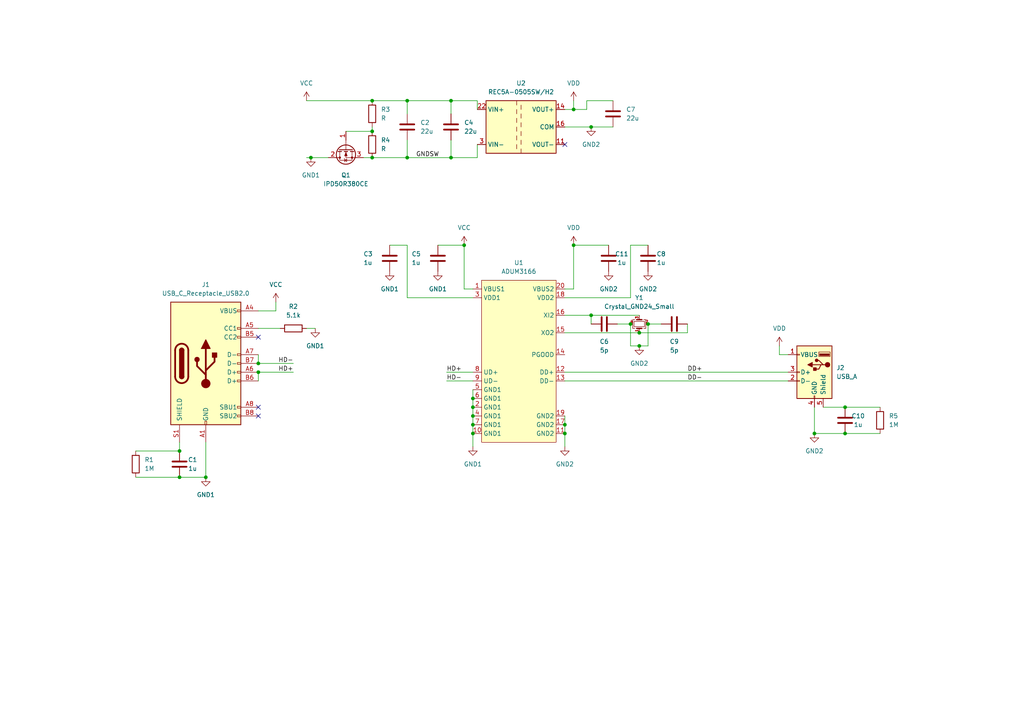
<source format=kicad_sch>
(kicad_sch (version 20211123) (generator eeschema)

  (uuid 1c10501f-6e80-436f-9e73-54061b7aa388)

  (paper "A4")

  (lib_symbols
    (symbol "ADUM316x:ADUM3166" (in_bom yes) (on_board yes)
      (property "Reference" "U" (id 0) (at 0 33.02 0)
        (effects (font (size 1.27 1.27)))
      )
      (property "Value" "ADUM3166" (id 1) (at 0 27.94 0)
        (effects (font (size 1.27 1.27)))
      )
      (property "Footprint" "Package_SO:SSOP-20_5.3x7.2mm_P0.65mm" (id 2) (at 0 -24.13 0)
        (effects (font (size 1.27 1.27)) hide)
      )
      (property "Datasheet" "https://www.analog.com/media/en/technical-documentation/data-sheets/adum3165-3166.pdf" (id 3) (at 0 -21.59 0)
        (effects (font (size 1.27 1.27)) hide)
      )
      (symbol "ADUM3166_0_1"
        (rectangle (start -10.16 26.67) (end 11.43 -20.32)
          (stroke (width 0) (type default) (color 0 0 0 0))
          (fill (type background))
        )
      )
      (symbol "ADUM3166_1_1"
        (pin power_in line (at -12.7 24.13 0) (length 2.54)
          (name "VBUS1" (effects (font (size 1.27 1.27))))
          (number "1" (effects (font (size 1.27 1.27))))
        )
        (pin unspecified line (at -12.7 -17.78 0) (length 2.54)
          (name "GND1" (effects (font (size 1.27 1.27))))
          (number "10" (effects (font (size 1.27 1.27))))
        )
        (pin unspecified line (at 13.97 -17.78 180) (length 2.54)
          (name "GND2" (effects (font (size 1.27 1.27))))
          (number "11" (effects (font (size 1.27 1.27))))
        )
        (pin bidirectional line (at 13.97 0 180) (length 2.54)
          (name "DD+" (effects (font (size 1.27 1.27))))
          (number "12" (effects (font (size 1.27 1.27))))
        )
        (pin bidirectional line (at 13.97 -2.54 180) (length 2.54)
          (name "DD-" (effects (font (size 1.27 1.27))))
          (number "13" (effects (font (size 1.27 1.27))))
        )
        (pin output line (at 13.97 5.08 180) (length 2.54)
          (name "PGOOD" (effects (font (size 1.27 1.27))))
          (number "14" (effects (font (size 1.27 1.27))))
        )
        (pin output line (at 13.97 11.43 180) (length 2.54)
          (name "XO2" (effects (font (size 1.27 1.27))))
          (number "15" (effects (font (size 1.27 1.27))))
        )
        (pin input line (at 13.97 16.51 180) (length 2.54)
          (name "XI2" (effects (font (size 1.27 1.27))))
          (number "16" (effects (font (size 1.27 1.27))))
        )
        (pin unspecified line (at 13.97 -15.24 180) (length 2.54)
          (name "GND2" (effects (font (size 1.27 1.27))))
          (number "17" (effects (font (size 1.27 1.27))))
        )
        (pin bidirectional line (at 13.97 21.59 180) (length 2.54)
          (name "VDD2" (effects (font (size 1.27 1.27))))
          (number "18" (effects (font (size 1.27 1.27))))
        )
        (pin unspecified line (at 13.97 -12.7 180) (length 2.54)
          (name "GND2" (effects (font (size 1.27 1.27))))
          (number "19" (effects (font (size 1.27 1.27))))
        )
        (pin unspecified line (at -12.7 -10.16 0) (length 2.54)
          (name "GND1" (effects (font (size 1.27 1.27))))
          (number "2" (effects (font (size 1.27 1.27))))
        )
        (pin power_in line (at 13.97 24.13 180) (length 2.54)
          (name "VBUS2" (effects (font (size 1.27 1.27))))
          (number "20" (effects (font (size 1.27 1.27))))
        )
        (pin bidirectional line (at -12.7 21.59 0) (length 2.54)
          (name "VDD1" (effects (font (size 1.27 1.27))))
          (number "3" (effects (font (size 1.27 1.27))))
        )
        (pin unspecified line (at -12.7 -12.7 0) (length 2.54)
          (name "GND1" (effects (font (size 1.27 1.27))))
          (number "4" (effects (font (size 1.27 1.27))))
        )
        (pin unspecified line (at -12.7 -5.08 0) (length 2.54)
          (name "GND1" (effects (font (size 1.27 1.27))))
          (number "5" (effects (font (size 1.27 1.27))))
        )
        (pin unspecified line (at -12.7 -7.62 0) (length 2.54)
          (name "GND1" (effects (font (size 1.27 1.27))))
          (number "6" (effects (font (size 1.27 1.27))))
        )
        (pin unspecified line (at -12.7 -15.24 0) (length 2.54)
          (name "GND1" (effects (font (size 1.27 1.27))))
          (number "7" (effects (font (size 1.27 1.27))))
        )
        (pin bidirectional line (at -12.7 0 0) (length 2.54)
          (name "UD+" (effects (font (size 1.27 1.27))))
          (number "8" (effects (font (size 1.27 1.27))))
        )
        (pin bidirectional line (at -12.7 -2.54 0) (length 2.54)
          (name "UD-" (effects (font (size 1.27 1.27))))
          (number "9" (effects (font (size 1.27 1.27))))
        )
      )
    )
    (symbol "Connector:USB_A" (pin_names (offset 1.016)) (in_bom yes) (on_board yes)
      (property "Reference" "J" (id 0) (at -5.08 11.43 0)
        (effects (font (size 1.27 1.27)) (justify left))
      )
      (property "Value" "USB_A" (id 1) (at -5.08 8.89 0)
        (effects (font (size 1.27 1.27)) (justify left))
      )
      (property "Footprint" "" (id 2) (at 3.81 -1.27 0)
        (effects (font (size 1.27 1.27)) hide)
      )
      (property "Datasheet" " ~" (id 3) (at 3.81 -1.27 0)
        (effects (font (size 1.27 1.27)) hide)
      )
      (property "ki_keywords" "connector USB" (id 4) (at 0 0 0)
        (effects (font (size 1.27 1.27)) hide)
      )
      (property "ki_description" "USB Type A connector" (id 5) (at 0 0 0)
        (effects (font (size 1.27 1.27)) hide)
      )
      (property "ki_fp_filters" "USB*" (id 6) (at 0 0 0)
        (effects (font (size 1.27 1.27)) hide)
      )
      (symbol "USB_A_0_1"
        (rectangle (start -5.08 -7.62) (end 5.08 7.62)
          (stroke (width 0.254) (type default) (color 0 0 0 0))
          (fill (type background))
        )
        (circle (center -3.81 2.159) (radius 0.635)
          (stroke (width 0.254) (type default) (color 0 0 0 0))
          (fill (type outline))
        )
        (rectangle (start -1.524 4.826) (end -4.318 5.334)
          (stroke (width 0) (type default) (color 0 0 0 0))
          (fill (type outline))
        )
        (rectangle (start -1.27 4.572) (end -4.572 5.842)
          (stroke (width 0) (type default) (color 0 0 0 0))
          (fill (type none))
        )
        (circle (center -0.635 3.429) (radius 0.381)
          (stroke (width 0.254) (type default) (color 0 0 0 0))
          (fill (type outline))
        )
        (rectangle (start -0.127 -7.62) (end 0.127 -6.858)
          (stroke (width 0) (type default) (color 0 0 0 0))
          (fill (type none))
        )
        (polyline
          (pts
            (xy -3.175 2.159)
            (xy -2.54 2.159)
            (xy -1.27 3.429)
            (xy -0.635 3.429)
          )
          (stroke (width 0.254) (type default) (color 0 0 0 0))
          (fill (type none))
        )
        (polyline
          (pts
            (xy -2.54 2.159)
            (xy -1.905 2.159)
            (xy -1.27 0.889)
            (xy 0 0.889)
          )
          (stroke (width 0.254) (type default) (color 0 0 0 0))
          (fill (type none))
        )
        (polyline
          (pts
            (xy 0.635 2.794)
            (xy 0.635 1.524)
            (xy 1.905 2.159)
            (xy 0.635 2.794)
          )
          (stroke (width 0.254) (type default) (color 0 0 0 0))
          (fill (type outline))
        )
        (rectangle (start 0.254 1.27) (end -0.508 0.508)
          (stroke (width 0.254) (type default) (color 0 0 0 0))
          (fill (type outline))
        )
        (rectangle (start 5.08 -2.667) (end 4.318 -2.413)
          (stroke (width 0) (type default) (color 0 0 0 0))
          (fill (type none))
        )
        (rectangle (start 5.08 -0.127) (end 4.318 0.127)
          (stroke (width 0) (type default) (color 0 0 0 0))
          (fill (type none))
        )
        (rectangle (start 5.08 4.953) (end 4.318 5.207)
          (stroke (width 0) (type default) (color 0 0 0 0))
          (fill (type none))
        )
      )
      (symbol "USB_A_1_1"
        (polyline
          (pts
            (xy -1.905 2.159)
            (xy 0.635 2.159)
          )
          (stroke (width 0.254) (type default) (color 0 0 0 0))
          (fill (type none))
        )
        (pin power_in line (at 7.62 5.08 180) (length 2.54)
          (name "VBUS" (effects (font (size 1.27 1.27))))
          (number "1" (effects (font (size 1.27 1.27))))
        )
        (pin bidirectional line (at 7.62 -2.54 180) (length 2.54)
          (name "D-" (effects (font (size 1.27 1.27))))
          (number "2" (effects (font (size 1.27 1.27))))
        )
        (pin bidirectional line (at 7.62 0 180) (length 2.54)
          (name "D+" (effects (font (size 1.27 1.27))))
          (number "3" (effects (font (size 1.27 1.27))))
        )
        (pin power_in line (at 0 -10.16 90) (length 2.54)
          (name "GND" (effects (font (size 1.27 1.27))))
          (number "4" (effects (font (size 1.27 1.27))))
        )
        (pin passive line (at -2.54 -10.16 90) (length 2.54)
          (name "Shield" (effects (font (size 1.27 1.27))))
          (number "5" (effects (font (size 1.27 1.27))))
        )
      )
    )
    (symbol "Connector:USB_C_Receptacle_USB2.0" (pin_names (offset 1.016)) (in_bom yes) (on_board yes)
      (property "Reference" "J" (id 0) (at -10.16 19.05 0)
        (effects (font (size 1.27 1.27)) (justify left))
      )
      (property "Value" "USB_C_Receptacle_USB2.0" (id 1) (at 19.05 19.05 0)
        (effects (font (size 1.27 1.27)) (justify right))
      )
      (property "Footprint" "" (id 2) (at 3.81 0 0)
        (effects (font (size 1.27 1.27)) hide)
      )
      (property "Datasheet" "https://www.usb.org/sites/default/files/documents/usb_type-c.zip" (id 3) (at 3.81 0 0)
        (effects (font (size 1.27 1.27)) hide)
      )
      (property "ki_keywords" "usb universal serial bus type-C USB2.0" (id 4) (at 0 0 0)
        (effects (font (size 1.27 1.27)) hide)
      )
      (property "ki_description" "USB 2.0-only Type-C Receptacle connector" (id 5) (at 0 0 0)
        (effects (font (size 1.27 1.27)) hide)
      )
      (property "ki_fp_filters" "USB*C*Receptacle*" (id 6) (at 0 0 0)
        (effects (font (size 1.27 1.27)) hide)
      )
      (symbol "USB_C_Receptacle_USB2.0_0_0"
        (rectangle (start -0.254 -17.78) (end 0.254 -16.764)
          (stroke (width 0) (type default) (color 0 0 0 0))
          (fill (type none))
        )
        (rectangle (start 10.16 -14.986) (end 9.144 -15.494)
          (stroke (width 0) (type default) (color 0 0 0 0))
          (fill (type none))
        )
        (rectangle (start 10.16 -12.446) (end 9.144 -12.954)
          (stroke (width 0) (type default) (color 0 0 0 0))
          (fill (type none))
        )
        (rectangle (start 10.16 -4.826) (end 9.144 -5.334)
          (stroke (width 0) (type default) (color 0 0 0 0))
          (fill (type none))
        )
        (rectangle (start 10.16 -2.286) (end 9.144 -2.794)
          (stroke (width 0) (type default) (color 0 0 0 0))
          (fill (type none))
        )
        (rectangle (start 10.16 0.254) (end 9.144 -0.254)
          (stroke (width 0) (type default) (color 0 0 0 0))
          (fill (type none))
        )
        (rectangle (start 10.16 2.794) (end 9.144 2.286)
          (stroke (width 0) (type default) (color 0 0 0 0))
          (fill (type none))
        )
        (rectangle (start 10.16 7.874) (end 9.144 7.366)
          (stroke (width 0) (type default) (color 0 0 0 0))
          (fill (type none))
        )
        (rectangle (start 10.16 10.414) (end 9.144 9.906)
          (stroke (width 0) (type default) (color 0 0 0 0))
          (fill (type none))
        )
        (rectangle (start 10.16 15.494) (end 9.144 14.986)
          (stroke (width 0) (type default) (color 0 0 0 0))
          (fill (type none))
        )
      )
      (symbol "USB_C_Receptacle_USB2.0_0_1"
        (rectangle (start -10.16 17.78) (end 10.16 -17.78)
          (stroke (width 0.254) (type default) (color 0 0 0 0))
          (fill (type background))
        )
        (arc (start -8.89 -3.81) (mid -6.985 -5.715) (end -5.08 -3.81)
          (stroke (width 0.508) (type default) (color 0 0 0 0))
          (fill (type none))
        )
        (arc (start -7.62 -3.81) (mid -6.985 -4.445) (end -6.35 -3.81)
          (stroke (width 0.254) (type default) (color 0 0 0 0))
          (fill (type none))
        )
        (arc (start -7.62 -3.81) (mid -6.985 -4.445) (end -6.35 -3.81)
          (stroke (width 0.254) (type default) (color 0 0 0 0))
          (fill (type outline))
        )
        (rectangle (start -7.62 -3.81) (end -6.35 3.81)
          (stroke (width 0.254) (type default) (color 0 0 0 0))
          (fill (type outline))
        )
        (arc (start -6.35 3.81) (mid -6.985 4.445) (end -7.62 3.81)
          (stroke (width 0.254) (type default) (color 0 0 0 0))
          (fill (type none))
        )
        (arc (start -6.35 3.81) (mid -6.985 4.445) (end -7.62 3.81)
          (stroke (width 0.254) (type default) (color 0 0 0 0))
          (fill (type outline))
        )
        (arc (start -5.08 3.81) (mid -6.985 5.715) (end -8.89 3.81)
          (stroke (width 0.508) (type default) (color 0 0 0 0))
          (fill (type none))
        )
        (circle (center -2.54 1.143) (radius 0.635)
          (stroke (width 0.254) (type default) (color 0 0 0 0))
          (fill (type outline))
        )
        (circle (center 0 -5.842) (radius 1.27)
          (stroke (width 0) (type default) (color 0 0 0 0))
          (fill (type outline))
        )
        (polyline
          (pts
            (xy -8.89 -3.81)
            (xy -8.89 3.81)
          )
          (stroke (width 0.508) (type default) (color 0 0 0 0))
          (fill (type none))
        )
        (polyline
          (pts
            (xy -5.08 3.81)
            (xy -5.08 -3.81)
          )
          (stroke (width 0.508) (type default) (color 0 0 0 0))
          (fill (type none))
        )
        (polyline
          (pts
            (xy 0 -5.842)
            (xy 0 4.318)
          )
          (stroke (width 0.508) (type default) (color 0 0 0 0))
          (fill (type none))
        )
        (polyline
          (pts
            (xy 0 -3.302)
            (xy -2.54 -0.762)
            (xy -2.54 0.508)
          )
          (stroke (width 0.508) (type default) (color 0 0 0 0))
          (fill (type none))
        )
        (polyline
          (pts
            (xy 0 -2.032)
            (xy 2.54 0.508)
            (xy 2.54 1.778)
          )
          (stroke (width 0.508) (type default) (color 0 0 0 0))
          (fill (type none))
        )
        (polyline
          (pts
            (xy -1.27 4.318)
            (xy 0 6.858)
            (xy 1.27 4.318)
            (xy -1.27 4.318)
          )
          (stroke (width 0.254) (type default) (color 0 0 0 0))
          (fill (type outline))
        )
        (rectangle (start 1.905 1.778) (end 3.175 3.048)
          (stroke (width 0.254) (type default) (color 0 0 0 0))
          (fill (type outline))
        )
      )
      (symbol "USB_C_Receptacle_USB2.0_1_1"
        (pin passive line (at 0 -22.86 90) (length 5.08)
          (name "GND" (effects (font (size 1.27 1.27))))
          (number "A1" (effects (font (size 1.27 1.27))))
        )
        (pin passive line (at 0 -22.86 90) (length 5.08) hide
          (name "GND" (effects (font (size 1.27 1.27))))
          (number "A12" (effects (font (size 1.27 1.27))))
        )
        (pin passive line (at 15.24 15.24 180) (length 5.08)
          (name "VBUS" (effects (font (size 1.27 1.27))))
          (number "A4" (effects (font (size 1.27 1.27))))
        )
        (pin bidirectional line (at 15.24 10.16 180) (length 5.08)
          (name "CC1" (effects (font (size 1.27 1.27))))
          (number "A5" (effects (font (size 1.27 1.27))))
        )
        (pin bidirectional line (at 15.24 -2.54 180) (length 5.08)
          (name "D+" (effects (font (size 1.27 1.27))))
          (number "A6" (effects (font (size 1.27 1.27))))
        )
        (pin bidirectional line (at 15.24 2.54 180) (length 5.08)
          (name "D-" (effects (font (size 1.27 1.27))))
          (number "A7" (effects (font (size 1.27 1.27))))
        )
        (pin bidirectional line (at 15.24 -12.7 180) (length 5.08)
          (name "SBU1" (effects (font (size 1.27 1.27))))
          (number "A8" (effects (font (size 1.27 1.27))))
        )
        (pin passive line (at 15.24 15.24 180) (length 5.08) hide
          (name "VBUS" (effects (font (size 1.27 1.27))))
          (number "A9" (effects (font (size 1.27 1.27))))
        )
        (pin passive line (at 0 -22.86 90) (length 5.08) hide
          (name "GND" (effects (font (size 1.27 1.27))))
          (number "B1" (effects (font (size 1.27 1.27))))
        )
        (pin passive line (at 0 -22.86 90) (length 5.08) hide
          (name "GND" (effects (font (size 1.27 1.27))))
          (number "B12" (effects (font (size 1.27 1.27))))
        )
        (pin passive line (at 15.24 15.24 180) (length 5.08) hide
          (name "VBUS" (effects (font (size 1.27 1.27))))
          (number "B4" (effects (font (size 1.27 1.27))))
        )
        (pin bidirectional line (at 15.24 7.62 180) (length 5.08)
          (name "CC2" (effects (font (size 1.27 1.27))))
          (number "B5" (effects (font (size 1.27 1.27))))
        )
        (pin bidirectional line (at 15.24 -5.08 180) (length 5.08)
          (name "D+" (effects (font (size 1.27 1.27))))
          (number "B6" (effects (font (size 1.27 1.27))))
        )
        (pin bidirectional line (at 15.24 0 180) (length 5.08)
          (name "D-" (effects (font (size 1.27 1.27))))
          (number "B7" (effects (font (size 1.27 1.27))))
        )
        (pin bidirectional line (at 15.24 -15.24 180) (length 5.08)
          (name "SBU2" (effects (font (size 1.27 1.27))))
          (number "B8" (effects (font (size 1.27 1.27))))
        )
        (pin passive line (at 15.24 15.24 180) (length 5.08) hide
          (name "VBUS" (effects (font (size 1.27 1.27))))
          (number "B9" (effects (font (size 1.27 1.27))))
        )
        (pin passive line (at -7.62 -22.86 90) (length 5.08)
          (name "SHIELD" (effects (font (size 1.27 1.27))))
          (number "S1" (effects (font (size 1.27 1.27))))
        )
      )
    )
    (symbol "Converter_DCDC:JTE0624D03" (in_bom yes) (on_board yes)
      (property "Reference" "U" (id 0) (at -10.16 8.89 0)
        (effects (font (size 1.27 1.27)) (justify left))
      )
      (property "Value" "JTE0624D03" (id 1) (at -3.81 8.89 0)
        (effects (font (size 1.27 1.27)) (justify left))
      )
      (property "Footprint" "Converter_DCDC:Converter_DCDC_XP_POWER_JTExxxxDxx_THT" (id 2) (at 0 -10.16 0)
        (effects (font (size 1.27 1.27) italic) hide)
      )
      (property "Datasheet" "https://www.xppower.com/Portals/0/pdfs/SF_JTE06.pdf" (id 3) (at 0 -12.7 0)
        (effects (font (size 1.27 1.27)) hide)
      )
      (property "ki_keywords" "XP_POWER isolated DC/DC Converter module" (id 4) (at 0 0 0)
        (effects (font (size 1.27 1.27)) hide)
      )
      (property "ki_description" "XP Power 6W Isolated DC/DC Converter Module, Dual Output Voltage ±3.3V, 9-36V Input Voltage" (id 5) (at 0 0 0)
        (effects (font (size 1.27 1.27)) hide)
      )
      (property "ki_fp_filters" "*XP?POWER*JTExxxxDxx*" (id 6) (at 0 0 0)
        (effects (font (size 1.27 1.27)) hide)
      )
      (symbol "JTE0624D03_0_1"
        (rectangle (start -10.16 7.62) (end 10.16 -7.62)
          (stroke (width 0.254) (type default) (color 0 0 0 0))
          (fill (type background))
        )
        (polyline
          (pts
            (xy -1.27 -5.08)
            (xy -1.27 -6.35)
          )
          (stroke (width 0) (type default) (color 0 0 0 0))
          (fill (type none))
        )
        (polyline
          (pts
            (xy -1.27 -2.54)
            (xy -1.27 -3.81)
          )
          (stroke (width 0) (type default) (color 0 0 0 0))
          (fill (type none))
        )
        (polyline
          (pts
            (xy -1.27 0)
            (xy -1.27 -1.27)
          )
          (stroke (width 0) (type default) (color 0 0 0 0))
          (fill (type none))
        )
        (polyline
          (pts
            (xy -1.27 2.54)
            (xy -1.27 1.27)
          )
          (stroke (width 0) (type default) (color 0 0 0 0))
          (fill (type none))
        )
        (polyline
          (pts
            (xy -1.27 5.08)
            (xy -1.27 3.81)
          )
          (stroke (width 0) (type default) (color 0 0 0 0))
          (fill (type none))
        )
        (polyline
          (pts
            (xy -1.27 7.62)
            (xy -1.27 6.35)
          )
          (stroke (width 0) (type default) (color 0 0 0 0))
          (fill (type none))
        )
        (polyline
          (pts
            (xy 0 -7.62)
            (xy 0 -6.35)
          )
          (stroke (width 0) (type default) (color 0 0 0 0))
          (fill (type none))
        )
        (polyline
          (pts
            (xy 0 -5.08)
            (xy 0 -3.81)
          )
          (stroke (width 0) (type default) (color 0 0 0 0))
          (fill (type none))
        )
        (polyline
          (pts
            (xy 0 -1.27)
            (xy 0 -2.54)
          )
          (stroke (width 0) (type default) (color 0 0 0 0))
          (fill (type none))
        )
        (polyline
          (pts
            (xy 0 0)
            (xy 0 1.27)
          )
          (stroke (width 0) (type default) (color 0 0 0 0))
          (fill (type none))
        )
        (polyline
          (pts
            (xy 0 2.54)
            (xy 0 3.81)
          )
          (stroke (width 0) (type default) (color 0 0 0 0))
          (fill (type none))
        )
        (polyline
          (pts
            (xy 0 5.08)
            (xy 0 6.35)
          )
          (stroke (width 0) (type default) (color 0 0 0 0))
          (fill (type none))
        )
      )
      (symbol "JTE0624D03_1_1"
        (pin power_out line (at 12.7 -5.08 180) (length 2.54)
          (name "VOUT-" (effects (font (size 1.27 1.27))))
          (number "11" (effects (font (size 1.27 1.27))))
        )
        (pin power_out line (at 12.7 5.08 180) (length 2.54)
          (name "VOUT+" (effects (font (size 1.27 1.27))))
          (number "14" (effects (font (size 1.27 1.27))))
        )
        (pin power_out line (at 12.7 0 180) (length 2.54)
          (name "COM" (effects (font (size 1.27 1.27))))
          (number "16" (effects (font (size 1.27 1.27))))
        )
        (pin passive line (at -12.7 -5.08 0) (length 2.54) hide
          (name "VIN-" (effects (font (size 1.27 1.27))))
          (number "2" (effects (font (size 1.27 1.27))))
        )
        (pin power_in line (at -12.7 5.08 0) (length 2.54)
          (name "VIN+" (effects (font (size 1.27 1.27))))
          (number "22" (effects (font (size 1.27 1.27))))
        )
        (pin passive line (at -12.7 5.08 0) (length 2.54) hide
          (name "VIN+" (effects (font (size 1.27 1.27))))
          (number "23" (effects (font (size 1.27 1.27))))
        )
        (pin power_in line (at -12.7 -5.08 0) (length 2.54)
          (name "VIN-" (effects (font (size 1.27 1.27))))
          (number "3" (effects (font (size 1.27 1.27))))
        )
        (pin passive line (at 12.7 0 180) (length 2.54) hide
          (name "COM" (effects (font (size 1.27 1.27))))
          (number "9" (effects (font (size 1.27 1.27))))
        )
      )
    )
    (symbol "Device:C" (pin_numbers hide) (pin_names (offset 0.254)) (in_bom yes) (on_board yes)
      (property "Reference" "C" (id 0) (at 0.635 2.54 0)
        (effects (font (size 1.27 1.27)) (justify left))
      )
      (property "Value" "C" (id 1) (at 0.635 -2.54 0)
        (effects (font (size 1.27 1.27)) (justify left))
      )
      (property "Footprint" "" (id 2) (at 0.9652 -3.81 0)
        (effects (font (size 1.27 1.27)) hide)
      )
      (property "Datasheet" "~" (id 3) (at 0 0 0)
        (effects (font (size 1.27 1.27)) hide)
      )
      (property "ki_keywords" "cap capacitor" (id 4) (at 0 0 0)
        (effects (font (size 1.27 1.27)) hide)
      )
      (property "ki_description" "Unpolarized capacitor" (id 5) (at 0 0 0)
        (effects (font (size 1.27 1.27)) hide)
      )
      (property "ki_fp_filters" "C_*" (id 6) (at 0 0 0)
        (effects (font (size 1.27 1.27)) hide)
      )
      (symbol "C_0_1"
        (polyline
          (pts
            (xy -2.032 -0.762)
            (xy 2.032 -0.762)
          )
          (stroke (width 0.508) (type default) (color 0 0 0 0))
          (fill (type none))
        )
        (polyline
          (pts
            (xy -2.032 0.762)
            (xy 2.032 0.762)
          )
          (stroke (width 0.508) (type default) (color 0 0 0 0))
          (fill (type none))
        )
      )
      (symbol "C_1_1"
        (pin passive line (at 0 3.81 270) (length 2.794)
          (name "~" (effects (font (size 1.27 1.27))))
          (number "1" (effects (font (size 1.27 1.27))))
        )
        (pin passive line (at 0 -3.81 90) (length 2.794)
          (name "~" (effects (font (size 1.27 1.27))))
          (number "2" (effects (font (size 1.27 1.27))))
        )
      )
    )
    (symbol "Device:Crystal_GND24_Small" (pin_names (offset 1.016) hide) (in_bom yes) (on_board yes)
      (property "Reference" "Y" (id 0) (at 1.27 4.445 0)
        (effects (font (size 1.27 1.27)) (justify left))
      )
      (property "Value" "Crystal_GND24_Small" (id 1) (at 1.27 2.54 0)
        (effects (font (size 1.27 1.27)) (justify left))
      )
      (property "Footprint" "" (id 2) (at 0 0 0)
        (effects (font (size 1.27 1.27)) hide)
      )
      (property "Datasheet" "~" (id 3) (at 0 0 0)
        (effects (font (size 1.27 1.27)) hide)
      )
      (property "ki_keywords" "quartz ceramic resonator oscillator" (id 4) (at 0 0 0)
        (effects (font (size 1.27 1.27)) hide)
      )
      (property "ki_description" "Four pin crystal, GND on pins 2 and 4, small symbol" (id 5) (at 0 0 0)
        (effects (font (size 1.27 1.27)) hide)
      )
      (property "ki_fp_filters" "Crystal*" (id 6) (at 0 0 0)
        (effects (font (size 1.27 1.27)) hide)
      )
      (symbol "Crystal_GND24_Small_0_1"
        (rectangle (start -0.762 -1.524) (end 0.762 1.524)
          (stroke (width 0) (type default) (color 0 0 0 0))
          (fill (type none))
        )
        (polyline
          (pts
            (xy -1.27 -0.762)
            (xy -1.27 0.762)
          )
          (stroke (width 0.381) (type default) (color 0 0 0 0))
          (fill (type none))
        )
        (polyline
          (pts
            (xy 1.27 -0.762)
            (xy 1.27 0.762)
          )
          (stroke (width 0.381) (type default) (color 0 0 0 0))
          (fill (type none))
        )
        (polyline
          (pts
            (xy -1.27 -1.27)
            (xy -1.27 -1.905)
            (xy 1.27 -1.905)
            (xy 1.27 -1.27)
          )
          (stroke (width 0) (type default) (color 0 0 0 0))
          (fill (type none))
        )
        (polyline
          (pts
            (xy -1.27 1.27)
            (xy -1.27 1.905)
            (xy 1.27 1.905)
            (xy 1.27 1.27)
          )
          (stroke (width 0) (type default) (color 0 0 0 0))
          (fill (type none))
        )
      )
      (symbol "Crystal_GND24_Small_1_1"
        (pin passive line (at -2.54 0 0) (length 1.27)
          (name "1" (effects (font (size 1.27 1.27))))
          (number "1" (effects (font (size 0.762 0.762))))
        )
        (pin passive line (at 0 -2.54 90) (length 0.635)
          (name "2" (effects (font (size 1.27 1.27))))
          (number "2" (effects (font (size 0.762 0.762))))
        )
        (pin passive line (at 2.54 0 180) (length 1.27)
          (name "3" (effects (font (size 1.27 1.27))))
          (number "3" (effects (font (size 0.762 0.762))))
        )
        (pin passive line (at 0 2.54 270) (length 0.635)
          (name "4" (effects (font (size 1.27 1.27))))
          (number "4" (effects (font (size 0.762 0.762))))
        )
      )
    )
    (symbol "Device:R" (pin_numbers hide) (pin_names (offset 0)) (in_bom yes) (on_board yes)
      (property "Reference" "R" (id 0) (at 2.032 0 90)
        (effects (font (size 1.27 1.27)))
      )
      (property "Value" "R" (id 1) (at 0 0 90)
        (effects (font (size 1.27 1.27)))
      )
      (property "Footprint" "" (id 2) (at -1.778 0 90)
        (effects (font (size 1.27 1.27)) hide)
      )
      (property "Datasheet" "~" (id 3) (at 0 0 0)
        (effects (font (size 1.27 1.27)) hide)
      )
      (property "ki_keywords" "R res resistor" (id 4) (at 0 0 0)
        (effects (font (size 1.27 1.27)) hide)
      )
      (property "ki_description" "Resistor" (id 5) (at 0 0 0)
        (effects (font (size 1.27 1.27)) hide)
      )
      (property "ki_fp_filters" "R_*" (id 6) (at 0 0 0)
        (effects (font (size 1.27 1.27)) hide)
      )
      (symbol "R_0_1"
        (rectangle (start -1.016 -2.54) (end 1.016 2.54)
          (stroke (width 0.254) (type default) (color 0 0 0 0))
          (fill (type none))
        )
      )
      (symbol "R_1_1"
        (pin passive line (at 0 3.81 270) (length 1.27)
          (name "~" (effects (font (size 1.27 1.27))))
          (number "1" (effects (font (size 1.27 1.27))))
        )
        (pin passive line (at 0 -3.81 90) (length 1.27)
          (name "~" (effects (font (size 1.27 1.27))))
          (number "2" (effects (font (size 1.27 1.27))))
        )
      )
    )
    (symbol "Transistor_FET:IPD50R380CE" (pin_names hide) (in_bom yes) (on_board yes)
      (property "Reference" "Q" (id 0) (at 5.08 1.905 0)
        (effects (font (size 1.27 1.27)) (justify left))
      )
      (property "Value" "IPD50R380CE" (id 1) (at 5.08 0 0)
        (effects (font (size 1.27 1.27)) (justify left))
      )
      (property "Footprint" "Package_TO_SOT_SMD:TO-252-2" (id 2) (at 5.08 -1.905 0)
        (effects (font (size 1.27 1.27) italic) (justify left) hide)
      )
      (property "Datasheet" "https://www.infineon.com/dgdl/Infineon-IPD50R380CE-DS-v02_01-en.pdf?fileId=db3a30433ecb86d4013ed0a2ef580f38" (id 3) (at 0 0 0)
        (effects (font (size 1.27 1.27)) (justify left) hide)
      )
      (property "ki_keywords" "CoolMOS Power MOSFET N-MOS" (id 4) (at 0 0 0)
        (effects (font (size 1.27 1.27)) hide)
      )
      (property "ki_description" "14.1A Id, 500V Vds, CoolMOS N-Channel Power MOSFET, 380mOhm Ron, 24.8nC Qg (typ), TO-252-2" (id 5) (at 0 0 0)
        (effects (font (size 1.27 1.27)) hide)
      )
      (property "ki_fp_filters" "TO?252*" (id 6) (at 0 0 0)
        (effects (font (size 1.27 1.27)) hide)
      )
      (symbol "IPD50R380CE_0_1"
        (polyline
          (pts
            (xy 0.254 0)
            (xy -2.54 0)
          )
          (stroke (width 0) (type default) (color 0 0 0 0))
          (fill (type none))
        )
        (polyline
          (pts
            (xy 0.254 1.905)
            (xy 0.254 -1.905)
          )
          (stroke (width 0.254) (type default) (color 0 0 0 0))
          (fill (type none))
        )
        (polyline
          (pts
            (xy 0.762 -1.27)
            (xy 0.762 -2.286)
          )
          (stroke (width 0.254) (type default) (color 0 0 0 0))
          (fill (type none))
        )
        (polyline
          (pts
            (xy 0.762 0.508)
            (xy 0.762 -0.508)
          )
          (stroke (width 0.254) (type default) (color 0 0 0 0))
          (fill (type none))
        )
        (polyline
          (pts
            (xy 0.762 2.286)
            (xy 0.762 1.27)
          )
          (stroke (width 0.254) (type default) (color 0 0 0 0))
          (fill (type none))
        )
        (polyline
          (pts
            (xy 2.54 2.54)
            (xy 2.54 1.778)
          )
          (stroke (width 0) (type default) (color 0 0 0 0))
          (fill (type none))
        )
        (polyline
          (pts
            (xy 2.54 -2.54)
            (xy 2.54 0)
            (xy 0.762 0)
          )
          (stroke (width 0) (type default) (color 0 0 0 0))
          (fill (type none))
        )
        (polyline
          (pts
            (xy 0.762 -1.778)
            (xy 3.302 -1.778)
            (xy 3.302 1.778)
            (xy 0.762 1.778)
          )
          (stroke (width 0) (type default) (color 0 0 0 0))
          (fill (type none))
        )
        (polyline
          (pts
            (xy 1.016 0)
            (xy 2.032 0.381)
            (xy 2.032 -0.381)
            (xy 1.016 0)
          )
          (stroke (width 0) (type default) (color 0 0 0 0))
          (fill (type outline))
        )
        (polyline
          (pts
            (xy 2.794 0.508)
            (xy 2.921 0.381)
            (xy 3.683 0.381)
            (xy 3.81 0.254)
          )
          (stroke (width 0) (type default) (color 0 0 0 0))
          (fill (type none))
        )
        (polyline
          (pts
            (xy 3.302 0.381)
            (xy 2.921 -0.254)
            (xy 3.683 -0.254)
            (xy 3.302 0.381)
          )
          (stroke (width 0) (type default) (color 0 0 0 0))
          (fill (type none))
        )
        (circle (center 1.651 0) (radius 2.794)
          (stroke (width 0.254) (type default) (color 0 0 0 0))
          (fill (type none))
        )
        (circle (center 2.54 -1.778) (radius 0.254)
          (stroke (width 0) (type default) (color 0 0 0 0))
          (fill (type outline))
        )
        (circle (center 2.54 1.778) (radius 0.254)
          (stroke (width 0) (type default) (color 0 0 0 0))
          (fill (type outline))
        )
      )
      (symbol "IPD50R380CE_1_1"
        (pin input line (at -5.08 0 0) (length 2.54)
          (name "G" (effects (font (size 1.27 1.27))))
          (number "1" (effects (font (size 1.27 1.27))))
        )
        (pin passive line (at 2.54 5.08 270) (length 2.54)
          (name "D" (effects (font (size 1.27 1.27))))
          (number "2" (effects (font (size 1.27 1.27))))
        )
        (pin passive line (at 2.54 -5.08 90) (length 2.54)
          (name "S" (effects (font (size 1.27 1.27))))
          (number "3" (effects (font (size 1.27 1.27))))
        )
      )
    )
    (symbol "power:GND1" (power) (pin_names (offset 0)) (in_bom yes) (on_board yes)
      (property "Reference" "#PWR" (id 0) (at 0 -6.35 0)
        (effects (font (size 1.27 1.27)) hide)
      )
      (property "Value" "GND1" (id 1) (at 0 -3.81 0)
        (effects (font (size 1.27 1.27)))
      )
      (property "Footprint" "" (id 2) (at 0 0 0)
        (effects (font (size 1.27 1.27)) hide)
      )
      (property "Datasheet" "" (id 3) (at 0 0 0)
        (effects (font (size 1.27 1.27)) hide)
      )
      (property "ki_keywords" "power-flag" (id 4) (at 0 0 0)
        (effects (font (size 1.27 1.27)) hide)
      )
      (property "ki_description" "Power symbol creates a global label with name \"GND1\" , ground" (id 5) (at 0 0 0)
        (effects (font (size 1.27 1.27)) hide)
      )
      (symbol "GND1_0_1"
        (polyline
          (pts
            (xy 0 0)
            (xy 0 -1.27)
            (xy 1.27 -1.27)
            (xy 0 -2.54)
            (xy -1.27 -1.27)
            (xy 0 -1.27)
          )
          (stroke (width 0) (type default) (color 0 0 0 0))
          (fill (type none))
        )
      )
      (symbol "GND1_1_1"
        (pin power_in line (at 0 0 270) (length 0) hide
          (name "GND1" (effects (font (size 1.27 1.27))))
          (number "1" (effects (font (size 1.27 1.27))))
        )
      )
    )
    (symbol "power:GND2" (power) (pin_names (offset 0)) (in_bom yes) (on_board yes)
      (property "Reference" "#PWR" (id 0) (at 0 -6.35 0)
        (effects (font (size 1.27 1.27)) hide)
      )
      (property "Value" "GND2" (id 1) (at 0 -3.81 0)
        (effects (font (size 1.27 1.27)))
      )
      (property "Footprint" "" (id 2) (at 0 0 0)
        (effects (font (size 1.27 1.27)) hide)
      )
      (property "Datasheet" "" (id 3) (at 0 0 0)
        (effects (font (size 1.27 1.27)) hide)
      )
      (property "ki_keywords" "power-flag" (id 4) (at 0 0 0)
        (effects (font (size 1.27 1.27)) hide)
      )
      (property "ki_description" "Power symbol creates a global label with name \"GND2\" , ground" (id 5) (at 0 0 0)
        (effects (font (size 1.27 1.27)) hide)
      )
      (symbol "GND2_0_1"
        (polyline
          (pts
            (xy 0 0)
            (xy 0 -1.27)
            (xy 1.27 -1.27)
            (xy 0 -2.54)
            (xy -1.27 -1.27)
            (xy 0 -1.27)
          )
          (stroke (width 0) (type default) (color 0 0 0 0))
          (fill (type none))
        )
      )
      (symbol "GND2_1_1"
        (pin power_in line (at 0 0 270) (length 0) hide
          (name "GND2" (effects (font (size 1.27 1.27))))
          (number "1" (effects (font (size 1.27 1.27))))
        )
      )
    )
    (symbol "power:VCC" (power) (pin_names (offset 0)) (in_bom yes) (on_board yes)
      (property "Reference" "#PWR" (id 0) (at 0 -3.81 0)
        (effects (font (size 1.27 1.27)) hide)
      )
      (property "Value" "VCC" (id 1) (at 0 3.81 0)
        (effects (font (size 1.27 1.27)))
      )
      (property "Footprint" "" (id 2) (at 0 0 0)
        (effects (font (size 1.27 1.27)) hide)
      )
      (property "Datasheet" "" (id 3) (at 0 0 0)
        (effects (font (size 1.27 1.27)) hide)
      )
      (property "ki_keywords" "power-flag" (id 4) (at 0 0 0)
        (effects (font (size 1.27 1.27)) hide)
      )
      (property "ki_description" "Power symbol creates a global label with name \"VCC\"" (id 5) (at 0 0 0)
        (effects (font (size 1.27 1.27)) hide)
      )
      (symbol "VCC_0_1"
        (polyline
          (pts
            (xy -0.762 1.27)
            (xy 0 2.54)
          )
          (stroke (width 0) (type default) (color 0 0 0 0))
          (fill (type none))
        )
        (polyline
          (pts
            (xy 0 0)
            (xy 0 2.54)
          )
          (stroke (width 0) (type default) (color 0 0 0 0))
          (fill (type none))
        )
        (polyline
          (pts
            (xy 0 2.54)
            (xy 0.762 1.27)
          )
          (stroke (width 0) (type default) (color 0 0 0 0))
          (fill (type none))
        )
      )
      (symbol "VCC_1_1"
        (pin power_in line (at 0 0 90) (length 0) hide
          (name "VCC" (effects (font (size 1.27 1.27))))
          (number "1" (effects (font (size 1.27 1.27))))
        )
      )
    )
    (symbol "power:VDD" (power) (pin_names (offset 0)) (in_bom yes) (on_board yes)
      (property "Reference" "#PWR" (id 0) (at 0 -3.81 0)
        (effects (font (size 1.27 1.27)) hide)
      )
      (property "Value" "VDD" (id 1) (at 0 3.81 0)
        (effects (font (size 1.27 1.27)))
      )
      (property "Footprint" "" (id 2) (at 0 0 0)
        (effects (font (size 1.27 1.27)) hide)
      )
      (property "Datasheet" "" (id 3) (at 0 0 0)
        (effects (font (size 1.27 1.27)) hide)
      )
      (property "ki_keywords" "power-flag" (id 4) (at 0 0 0)
        (effects (font (size 1.27 1.27)) hide)
      )
      (property "ki_description" "Power symbol creates a global label with name \"VDD\"" (id 5) (at 0 0 0)
        (effects (font (size 1.27 1.27)) hide)
      )
      (symbol "VDD_0_1"
        (polyline
          (pts
            (xy -0.762 1.27)
            (xy 0 2.54)
          )
          (stroke (width 0) (type default) (color 0 0 0 0))
          (fill (type none))
        )
        (polyline
          (pts
            (xy 0 0)
            (xy 0 2.54)
          )
          (stroke (width 0) (type default) (color 0 0 0 0))
          (fill (type none))
        )
        (polyline
          (pts
            (xy 0 2.54)
            (xy 0.762 1.27)
          )
          (stroke (width 0) (type default) (color 0 0 0 0))
          (fill (type none))
        )
      )
      (symbol "VDD_1_1"
        (pin power_in line (at 0 0 90) (length 0) hide
          (name "VDD" (effects (font (size 1.27 1.27))))
          (number "1" (effects (font (size 1.27 1.27))))
        )
      )
    )
  )

  (junction (at 185.42 96.52) (diameter 0) (color 0 0 0 0)
    (uuid 00cd1fdb-fb49-478a-b1fc-e13360da1eed)
  )
  (junction (at 166.37 31.75) (diameter 0) (color 0 0 0 0)
    (uuid 07d22a4a-d32a-4aee-90c3-cea7cb6267eb)
  )
  (junction (at 137.16 118.11) (diameter 0) (color 0 0 0 0)
    (uuid 1293537e-1fcc-4b5a-bccf-3d5db1a55415)
  )
  (junction (at 163.83 125.73) (diameter 0) (color 0 0 0 0)
    (uuid 1d117112-d5dc-4871-8502-ae0b06af15bc)
  )
  (junction (at 134.62 71.12) (diameter 0) (color 0 0 0 0)
    (uuid 1e36a118-6b7e-4523-a4b7-4c88f954e46e)
  )
  (junction (at 236.22 125.73) (diameter 0) (color 0 0 0 0)
    (uuid 314d2b6c-2504-40e0-8df4-2dd5d47577ea)
  )
  (junction (at 163.83 123.19) (diameter 0) (color 0 0 0 0)
    (uuid 342ab53e-e938-420a-af91-4d4126630780)
  )
  (junction (at 137.16 115.57) (diameter 0) (color 0 0 0 0)
    (uuid 44076703-3fd7-47db-bc1d-caa8f4b5ef87)
  )
  (junction (at 107.95 29.21) (diameter 0) (color 0 0 0 0)
    (uuid 5002b4ca-5a2d-4212-bfa4-0f9c779e3dd6)
  )
  (junction (at 59.69 138.43) (diameter 0) (color 0 0 0 0)
    (uuid 655d0c81-f6c3-4db2-be8c-ecfcd650e485)
  )
  (junction (at 185.42 100.33) (diameter 0) (color 0 0 0 0)
    (uuid 69498899-0c03-4df8-8e40-03f3627ff08e)
  )
  (junction (at 130.81 29.21) (diameter 0) (color 0 0 0 0)
    (uuid 6d14c517-80e4-4751-9a0e-60986454eafd)
  )
  (junction (at 171.45 36.83) (diameter 0) (color 0 0 0 0)
    (uuid 6d9c1a9b-8075-4030-9732-78a92b00598a)
  )
  (junction (at 166.37 71.12) (diameter 0) (color 0 0 0 0)
    (uuid 75cb839d-deec-471d-9460-a1dbc83b2f98)
  )
  (junction (at 137.16 123.19) (diameter 0) (color 0 0 0 0)
    (uuid 82ae06ee-5911-4fff-9956-2e06d45163df)
  )
  (junction (at 182.88 93.98) (diameter 0) (color 0 0 0 0)
    (uuid 90cfee4d-e8b7-4ca2-a5f4-290528eca75d)
  )
  (junction (at 137.16 125.73) (diameter 0) (color 0 0 0 0)
    (uuid 9243fed7-cb9f-44f1-9da9-dd4c687dd070)
  )
  (junction (at 245.11 118.11) (diameter 0) (color 0 0 0 0)
    (uuid 9d97a0f7-65d8-4be6-9a82-f832bec21ccf)
  )
  (junction (at 118.11 45.72) (diameter 0) (color 0 0 0 0)
    (uuid a439a39c-eb36-4b43-a467-5cfa17f4e542)
  )
  (junction (at 171.45 91.44) (diameter 0) (color 0 0 0 0)
    (uuid a4b69a35-3769-461e-939f-5a4b59394d21)
  )
  (junction (at 245.11 125.73) (diameter 0) (color 0 0 0 0)
    (uuid b2ff6b95-fb48-403c-96bd-89994324eb83)
  )
  (junction (at 52.07 130.81) (diameter 0) (color 0 0 0 0)
    (uuid b49cdce3-5633-4d20-8f15-8b445c7d276a)
  )
  (junction (at 90.17 45.72) (diameter 0) (color 0 0 0 0)
    (uuid b799c262-90fc-454e-88e0-ecc81cd25d8b)
  )
  (junction (at 74.93 105.41) (diameter 0) (color 0 0 0 0)
    (uuid c1c839fa-6054-424e-a156-b2a9bf37d803)
  )
  (junction (at 74.93 107.95) (diameter 0) (color 0 0 0 0)
    (uuid cce8c6ca-34a7-41b7-bd51-a7040d637291)
  )
  (junction (at 107.95 45.72) (diameter 0) (color 0 0 0 0)
    (uuid d4a699d7-acc7-4502-a2bf-0044a759f0a3)
  )
  (junction (at 137.16 120.65) (diameter 0) (color 0 0 0 0)
    (uuid d5785411-d286-4427-a75c-166f2e012298)
  )
  (junction (at 187.96 93.98) (diameter 0) (color 0 0 0 0)
    (uuid dec6ba07-73b7-46a6-8f17-ea18761073d5)
  )
  (junction (at 52.07 138.43) (diameter 0) (color 0 0 0 0)
    (uuid e3650dc9-333b-4745-bec3-9f3a775d677e)
  )
  (junction (at 130.81 45.72) (diameter 0) (color 0 0 0 0)
    (uuid e63dbab3-9dfc-47d4-b24e-e96907dd54c4)
  )
  (junction (at 118.11 29.21) (diameter 0) (color 0 0 0 0)
    (uuid ebc9052a-780b-4fa6-b4cb-3cac72d97d83)
  )
  (junction (at 107.95 38.1) (diameter 0) (color 0 0 0 0)
    (uuid fa7c01ec-f939-4c73-b836-cb4b221ef9f8)
  )

  (no_connect (at 74.93 97.79) (uuid 5445de8c-4031-4661-9557-f2eaf8a8daff))
  (no_connect (at 74.93 118.11) (uuid aee0564b-99fc-4e2f-81d8-36307086b36d))
  (no_connect (at 74.93 120.65) (uuid aee0564b-99fc-4e2f-81d8-36307086b36e))
  (no_connect (at 163.83 41.91) (uuid d24385b5-8901-4b5b-8a57-47387f9fc3fc))

  (wire (pts (xy 185.42 100.33) (xy 187.96 100.33))
    (stroke (width 0) (type default) (color 0 0 0 0))
    (uuid 01034595-3e02-4dda-ac40-7b256e234612)
  )
  (wire (pts (xy 182.88 71.12) (xy 187.96 71.12))
    (stroke (width 0) (type default) (color 0 0 0 0))
    (uuid 0456f7f2-f486-4fe9-a485-a679a08caf16)
  )
  (wire (pts (xy 90.17 45.72) (xy 95.25 45.72))
    (stroke (width 0) (type default) (color 0 0 0 0))
    (uuid 048c246a-601b-4afa-9131-3834c77cda1c)
  )
  (wire (pts (xy 107.95 45.72) (xy 118.11 45.72))
    (stroke (width 0) (type default) (color 0 0 0 0))
    (uuid 062d5bc8-74f9-458a-8032-7e0bed64dd2b)
  )
  (wire (pts (xy 226.06 102.87) (xy 226.06 100.33))
    (stroke (width 0) (type default) (color 0 0 0 0))
    (uuid 065062a2-1b0c-4ccd-af55-9f13e6edcc2c)
  )
  (wire (pts (xy 137.16 83.82) (xy 134.62 83.82))
    (stroke (width 0) (type default) (color 0 0 0 0))
    (uuid 06e58b86-3c4a-4eb0-a526-95454521e93d)
  )
  (wire (pts (xy 236.22 125.73) (xy 245.11 125.73))
    (stroke (width 0) (type default) (color 0 0 0 0))
    (uuid 16097b16-fc0f-42fb-bb31-1842a6841ac7)
  )
  (wire (pts (xy 137.16 113.03) (xy 137.16 115.57))
    (stroke (width 0) (type default) (color 0 0 0 0))
    (uuid 197dbe8c-4f7a-4034-bd87-32e3235d206e)
  )
  (wire (pts (xy 166.37 71.12) (xy 176.53 71.12))
    (stroke (width 0) (type default) (color 0 0 0 0))
    (uuid 1a073cbd-c0f6-445f-b9e8-5abfa5ba1a25)
  )
  (wire (pts (xy 118.11 29.21) (xy 118.11 33.02))
    (stroke (width 0) (type default) (color 0 0 0 0))
    (uuid 1ba51a6d-a35c-4933-b5cf-9ec146112c8e)
  )
  (wire (pts (xy 137.16 120.65) (xy 137.16 123.19))
    (stroke (width 0) (type default) (color 0 0 0 0))
    (uuid 1dd9bdca-2f83-4ce6-8280-ec74193cfa70)
  )
  (wire (pts (xy 245.11 125.73) (xy 255.27 125.73))
    (stroke (width 0) (type default) (color 0 0 0 0))
    (uuid 1e61ce40-874c-4f70-93df-42f2f5dc5c17)
  )
  (wire (pts (xy 130.81 29.21) (xy 118.11 29.21))
    (stroke (width 0) (type default) (color 0 0 0 0))
    (uuid 21e0ad82-0573-49a9-8bff-7547c6456a6e)
  )
  (wire (pts (xy 118.11 71.12) (xy 113.03 71.12))
    (stroke (width 0) (type default) (color 0 0 0 0))
    (uuid 236ebb2e-08fd-42a3-998d-f3651a224d14)
  )
  (wire (pts (xy 59.69 128.27) (xy 59.69 138.43))
    (stroke (width 0) (type default) (color 0 0 0 0))
    (uuid 2869c1cd-e65a-4a5c-af6e-c5315e838e24)
  )
  (wire (pts (xy 138.43 29.21) (xy 130.81 29.21))
    (stroke (width 0) (type default) (color 0 0 0 0))
    (uuid 28a338bc-d289-4566-8597-1f5fe6235012)
  )
  (wire (pts (xy 134.62 71.12) (xy 134.62 83.82))
    (stroke (width 0) (type default) (color 0 0 0 0))
    (uuid 2b6bc437-824d-4c4a-aa30-ef604712dd3e)
  )
  (wire (pts (xy 52.07 128.27) (xy 52.07 130.81))
    (stroke (width 0) (type default) (color 0 0 0 0))
    (uuid 2f0351cd-7bd6-4066-9c72-5219742a8d16)
  )
  (wire (pts (xy 52.07 138.43) (xy 59.69 138.43))
    (stroke (width 0) (type default) (color 0 0 0 0))
    (uuid 31a358ea-dec5-4fd4-b28b-bd1e8358b306)
  )
  (wire (pts (xy 137.16 125.73) (xy 137.16 129.54))
    (stroke (width 0) (type default) (color 0 0 0 0))
    (uuid 3330758b-2832-498e-8a12-8333cb4c44a7)
  )
  (wire (pts (xy 74.93 107.95) (xy 74.93 110.49))
    (stroke (width 0) (type default) (color 0 0 0 0))
    (uuid 33c93907-fe60-4897-8cea-8e8baac713a1)
  )
  (wire (pts (xy 166.37 71.12) (xy 166.37 83.82))
    (stroke (width 0) (type default) (color 0 0 0 0))
    (uuid 344ae2e0-e076-432b-9ebe-35dabec53b18)
  )
  (wire (pts (xy 74.93 95.25) (xy 81.28 95.25))
    (stroke (width 0) (type default) (color 0 0 0 0))
    (uuid 38862b57-cabf-445c-8d74-bc705ee91f9e)
  )
  (wire (pts (xy 163.83 96.52) (xy 185.42 96.52))
    (stroke (width 0) (type default) (color 0 0 0 0))
    (uuid 3d618a59-1b0b-47f7-b0d2-1d5267d3779c)
  )
  (wire (pts (xy 163.83 31.75) (xy 166.37 31.75))
    (stroke (width 0) (type default) (color 0 0 0 0))
    (uuid 42e7e3e2-d6dd-46b8-bdcc-e46e14bd9667)
  )
  (wire (pts (xy 171.45 36.83) (xy 177.8 36.83))
    (stroke (width 0) (type default) (color 0 0 0 0))
    (uuid 444e817b-3add-4c23-872b-9bcb1d413fbe)
  )
  (wire (pts (xy 163.83 120.65) (xy 163.83 123.19))
    (stroke (width 0) (type default) (color 0 0 0 0))
    (uuid 446923b2-dce4-42e3-ac35-0440798a6084)
  )
  (wire (pts (xy 187.96 93.98) (xy 191.77 93.98))
    (stroke (width 0) (type default) (color 0 0 0 0))
    (uuid 52bddef3-8f56-44a3-ada4-ef26c1ef0827)
  )
  (wire (pts (xy 74.93 105.41) (xy 85.09 105.41))
    (stroke (width 0) (type default) (color 0 0 0 0))
    (uuid 5674d663-d3fa-4ace-a965-57e3362b908a)
  )
  (wire (pts (xy 163.83 123.19) (xy 163.83 125.73))
    (stroke (width 0) (type default) (color 0 0 0 0))
    (uuid 5779cfd2-12c8-42b2-bcdf-fe93821dcf09)
  )
  (wire (pts (xy 138.43 31.75) (xy 138.43 29.21))
    (stroke (width 0) (type default) (color 0 0 0 0))
    (uuid 57d365ef-6a00-4bf4-b25d-c62d6c7363b1)
  )
  (wire (pts (xy 137.16 123.19) (xy 137.16 125.73))
    (stroke (width 0) (type default) (color 0 0 0 0))
    (uuid 57d6d77d-33f8-41fb-83d9-94bb139c78de)
  )
  (wire (pts (xy 238.76 118.11) (xy 245.11 118.11))
    (stroke (width 0) (type default) (color 0 0 0 0))
    (uuid 5cab60fc-a830-419a-8ae3-6825a7c2ff4d)
  )
  (wire (pts (xy 163.83 125.73) (xy 163.83 129.54))
    (stroke (width 0) (type default) (color 0 0 0 0))
    (uuid 6078d79c-645d-46db-94e0-0f0e21328bfb)
  )
  (wire (pts (xy 228.6 102.87) (xy 226.06 102.87))
    (stroke (width 0) (type default) (color 0 0 0 0))
    (uuid 61e5492b-6a98-4618-9ee3-1b227763e687)
  )
  (wire (pts (xy 74.93 90.17) (xy 80.01 90.17))
    (stroke (width 0) (type default) (color 0 0 0 0))
    (uuid 627053b2-f037-4213-aeaa-6f81815bb3ec)
  )
  (wire (pts (xy 163.83 36.83) (xy 171.45 36.83))
    (stroke (width 0) (type default) (color 0 0 0 0))
    (uuid 6b824c61-f5b3-4802-b572-3bac1ef3ae99)
  )
  (wire (pts (xy 163.83 86.36) (xy 182.88 86.36))
    (stroke (width 0) (type default) (color 0 0 0 0))
    (uuid 791fcadf-06a1-43a8-800b-870ab7d89c6c)
  )
  (wire (pts (xy 137.16 86.36) (xy 118.11 86.36))
    (stroke (width 0) (type default) (color 0 0 0 0))
    (uuid 79b1d750-aedf-48ed-afd3-b52e3301b437)
  )
  (wire (pts (xy 199.39 93.98) (xy 199.39 96.52))
    (stroke (width 0) (type default) (color 0 0 0 0))
    (uuid 7a317287-1c34-4767-8b83-f51fef35eb59)
  )
  (wire (pts (xy 236.22 118.11) (xy 236.22 125.73))
    (stroke (width 0) (type default) (color 0 0 0 0))
    (uuid 7ffceb90-04a0-40e5-b1bb-36c263630f50)
  )
  (wire (pts (xy 88.9 29.21) (xy 107.95 29.21))
    (stroke (width 0) (type default) (color 0 0 0 0))
    (uuid 809e599c-d9e9-4b5e-ae2f-cac3d3daedd4)
  )
  (wire (pts (xy 129.54 110.49) (xy 137.16 110.49))
    (stroke (width 0) (type default) (color 0 0 0 0))
    (uuid 80a90b63-bd7f-4b11-ac33-417f13c7a160)
  )
  (wire (pts (xy 74.93 102.87) (xy 74.93 105.41))
    (stroke (width 0) (type default) (color 0 0 0 0))
    (uuid 85c245de-03cc-4808-98eb-744aa3e39ef3)
  )
  (wire (pts (xy 182.88 86.36) (xy 182.88 71.12))
    (stroke (width 0) (type default) (color 0 0 0 0))
    (uuid 8857f59e-2465-41c9-89ce-55521b6a6c1d)
  )
  (wire (pts (xy 118.11 86.36) (xy 118.11 71.12))
    (stroke (width 0) (type default) (color 0 0 0 0))
    (uuid 8c430a92-840c-43ee-96ac-eb7268307324)
  )
  (wire (pts (xy 163.83 83.82) (xy 166.37 83.82))
    (stroke (width 0) (type default) (color 0 0 0 0))
    (uuid 8e1c75e2-3cf5-4887-8006-5015fb2278ce)
  )
  (wire (pts (xy 137.16 118.11) (xy 137.16 120.65))
    (stroke (width 0) (type default) (color 0 0 0 0))
    (uuid 931bfa86-5ae2-44b2-af38-e90b0b01d8ab)
  )
  (wire (pts (xy 177.8 29.21) (xy 170.18 29.21))
    (stroke (width 0) (type default) (color 0 0 0 0))
    (uuid 9a2bb91c-b614-4ab5-ba3b-a43c5de141da)
  )
  (wire (pts (xy 118.11 29.21) (xy 107.95 29.21))
    (stroke (width 0) (type default) (color 0 0 0 0))
    (uuid a0f0cbe4-bf06-485d-9ec2-cdd776313447)
  )
  (wire (pts (xy 100.33 38.1) (xy 107.95 38.1))
    (stroke (width 0) (type default) (color 0 0 0 0))
    (uuid a2914c6b-4da0-4958-abae-afe4b4ea6767)
  )
  (wire (pts (xy 130.81 29.21) (xy 130.81 33.02))
    (stroke (width 0) (type default) (color 0 0 0 0))
    (uuid a2f277a2-1009-45fe-a25b-c212a714cd8e)
  )
  (wire (pts (xy 137.16 115.57) (xy 137.16 118.11))
    (stroke (width 0) (type default) (color 0 0 0 0))
    (uuid ad9dd8ed-003a-424f-bffd-c239735468a9)
  )
  (wire (pts (xy 199.39 96.52) (xy 185.42 96.52))
    (stroke (width 0) (type default) (color 0 0 0 0))
    (uuid b2becda4-0f66-4197-97eb-51d672de3c91)
  )
  (wire (pts (xy 185.42 100.33) (xy 182.88 100.33))
    (stroke (width 0) (type default) (color 0 0 0 0))
    (uuid ba2b0113-81d3-455f-91e6-93ba9c960c03)
  )
  (wire (pts (xy 130.81 45.72) (xy 138.43 45.72))
    (stroke (width 0) (type default) (color 0 0 0 0))
    (uuid bb7d7215-0d22-436c-bf0e-77512e3e93cc)
  )
  (wire (pts (xy 163.83 110.49) (xy 228.6 110.49))
    (stroke (width 0) (type default) (color 0 0 0 0))
    (uuid bd6c436c-f47b-4648-8b02-d985b63d3a7c)
  )
  (wire (pts (xy 118.11 40.64) (xy 118.11 45.72))
    (stroke (width 0) (type default) (color 0 0 0 0))
    (uuid bf31600d-4f61-480e-a194-49e508fb9adf)
  )
  (wire (pts (xy 129.54 107.95) (xy 137.16 107.95))
    (stroke (width 0) (type default) (color 0 0 0 0))
    (uuid c1b087b0-63e2-406b-92ef-b95d760befe6)
  )
  (wire (pts (xy 88.9 95.25) (xy 91.44 95.25))
    (stroke (width 0) (type default) (color 0 0 0 0))
    (uuid c1e143e7-7463-4724-9a5f-27eae76f19c1)
  )
  (wire (pts (xy 187.96 100.33) (xy 187.96 93.98))
    (stroke (width 0) (type default) (color 0 0 0 0))
    (uuid c409d676-e6e4-48b9-8a19-1b53587e672a)
  )
  (wire (pts (xy 107.95 36.83) (xy 107.95 38.1))
    (stroke (width 0) (type default) (color 0 0 0 0))
    (uuid c4619842-e6da-41cf-9f4c-941c5d09c0c9)
  )
  (wire (pts (xy 39.37 138.43) (xy 52.07 138.43))
    (stroke (width 0) (type default) (color 0 0 0 0))
    (uuid c487dbf7-d5e6-486f-b9bd-97fd81815fdb)
  )
  (wire (pts (xy 127 71.12) (xy 134.62 71.12))
    (stroke (width 0) (type default) (color 0 0 0 0))
    (uuid c61563e9-6521-44c7-9039-179e5fcf3a22)
  )
  (wire (pts (xy 80.01 90.17) (xy 80.01 87.63))
    (stroke (width 0) (type default) (color 0 0 0 0))
    (uuid c645739c-f675-4d2d-830c-632ab64d35f6)
  )
  (wire (pts (xy 182.88 100.33) (xy 182.88 93.98))
    (stroke (width 0) (type default) (color 0 0 0 0))
    (uuid cfe79321-ff8d-47ac-bbaa-a5ddbe007e5a)
  )
  (wire (pts (xy 163.83 91.44) (xy 171.45 91.44))
    (stroke (width 0) (type default) (color 0 0 0 0))
    (uuid d0f4849b-ed89-4617-b16b-8305b41f59b0)
  )
  (wire (pts (xy 118.11 45.72) (xy 130.81 45.72))
    (stroke (width 0) (type default) (color 0 0 0 0))
    (uuid d656b8b2-eaf5-4e75-8443-1b8002d06714)
  )
  (wire (pts (xy 170.18 29.21) (xy 170.18 31.75))
    (stroke (width 0) (type default) (color 0 0 0 0))
    (uuid e1e13f66-8309-4801-9850-43be88e38c54)
  )
  (wire (pts (xy 39.37 130.81) (xy 52.07 130.81))
    (stroke (width 0) (type default) (color 0 0 0 0))
    (uuid e4e1333a-e604-4f8c-89c9-074b374c856b)
  )
  (wire (pts (xy 88.9 45.72) (xy 90.17 45.72))
    (stroke (width 0) (type default) (color 0 0 0 0))
    (uuid e4ed7b9c-34bf-46f7-b736-8375b91a763e)
  )
  (wire (pts (xy 171.45 91.44) (xy 171.45 93.98))
    (stroke (width 0) (type default) (color 0 0 0 0))
    (uuid e8316ca9-866e-4e96-a13e-1ea318cd79f3)
  )
  (wire (pts (xy 163.83 107.95) (xy 228.6 107.95))
    (stroke (width 0) (type default) (color 0 0 0 0))
    (uuid e9c66e94-30ac-4774-a404-a89001fd2910)
  )
  (wire (pts (xy 138.43 45.72) (xy 138.43 41.91))
    (stroke (width 0) (type default) (color 0 0 0 0))
    (uuid eba5d855-7cc0-4769-93e7-a3d5b478e42b)
  )
  (wire (pts (xy 105.41 45.72) (xy 107.95 45.72))
    (stroke (width 0) (type default) (color 0 0 0 0))
    (uuid f02f1fcc-914a-4eae-881c-0eb094110a74)
  )
  (wire (pts (xy 171.45 91.44) (xy 185.42 91.44))
    (stroke (width 0) (type default) (color 0 0 0 0))
    (uuid f6d0e174-da58-4858-9ec3-6b07e6e84644)
  )
  (wire (pts (xy 74.93 107.95) (xy 85.09 107.95))
    (stroke (width 0) (type default) (color 0 0 0 0))
    (uuid f8d32aa5-3fea-459b-92cc-3586876b7c57)
  )
  (wire (pts (xy 170.18 31.75) (xy 166.37 31.75))
    (stroke (width 0) (type default) (color 0 0 0 0))
    (uuid f8f72a40-a514-483a-bb55-9acdf921a4a2)
  )
  (wire (pts (xy 130.81 40.64) (xy 130.81 45.72))
    (stroke (width 0) (type default) (color 0 0 0 0))
    (uuid fa0bb3ad-1e55-40cb-8822-73e00e66b755)
  )
  (wire (pts (xy 245.11 118.11) (xy 255.27 118.11))
    (stroke (width 0) (type default) (color 0 0 0 0))
    (uuid fc5c042c-13b5-4299-9e2d-a59087e9de80)
  )
  (wire (pts (xy 166.37 31.75) (xy 166.37 29.21))
    (stroke (width 0) (type default) (color 0 0 0 0))
    (uuid fec2f315-8c0c-4fcb-ad84-de7b65e141d5)
  )
  (wire (pts (xy 179.07 93.98) (xy 182.88 93.98))
    (stroke (width 0) (type default) (color 0 0 0 0))
    (uuid ff3ff0bd-4fa7-4041-b23b-daaf3168ffa3)
  )

  (label "HD-" (at 85.09 105.41 180)
    (effects (font (size 1.27 1.27)) (justify right bottom))
    (uuid 08fdcefd-35ff-4fe4-9545-057e1f3821cd)
  )
  (label "HD+" (at 85.09 107.95 180)
    (effects (font (size 1.27 1.27)) (justify right bottom))
    (uuid 24d3591c-8797-4d9e-8994-f821f1f59b9b)
  )
  (label "HD+" (at 129.54 107.95 0)
    (effects (font (size 1.27 1.27)) (justify left bottom))
    (uuid 43170e86-9211-4740-a623-a420c8a031a9)
  )
  (label "DD+" (at 199.39 107.95 0)
    (effects (font (size 1.27 1.27)) (justify left bottom))
    (uuid 53e24021-9839-40f2-b97a-8c3957b7b5c7)
  )
  (label "HD-" (at 129.54 110.49 0)
    (effects (font (size 1.27 1.27)) (justify left bottom))
    (uuid 9914df99-d405-4839-b0a2-ad2f527aac81)
  )
  (label "GNDSW" (at 120.65 45.72 0)
    (effects (font (size 1.27 1.27)) (justify left bottom))
    (uuid 9d6262dc-7448-4646-b173-6662abd0d2b6)
  )
  (label "DD-" (at 199.39 110.49 0)
    (effects (font (size 1.27 1.27)) (justify left bottom))
    (uuid cc9c1450-7b97-4079-acc5-f11bfc15cddb)
  )

  (symbol (lib_id "Device:C") (at 177.8 33.02 0) (unit 1)
    (in_bom yes) (on_board yes)
    (uuid 0138a01c-1ee3-4381-8e3c-d24a378a9c2c)
    (property "Reference" "C7" (id 0) (at 181.61 31.75 0)
      (effects (font (size 1.27 1.27)) (justify left))
    )
    (property "Value" "22u" (id 1) (at 181.61 34.29 0)
      (effects (font (size 1.27 1.27)) (justify left))
    )
    (property "Footprint" "Capacitor_SMD:C_1210_3225Metric" (id 2) (at 178.7652 36.83 0)
      (effects (font (size 1.27 1.27)) hide)
    )
    (property "Datasheet" "~" (id 3) (at 177.8 33.02 0)
      (effects (font (size 1.27 1.27)) hide)
    )
    (pin "1" (uuid ef30fc6b-400f-405c-8c41-e1be3faff97d))
    (pin "2" (uuid fda0d9ba-bc4e-4d6f-825c-d8d8d561d162))
  )

  (symbol (lib_id "power:VCC") (at 80.01 87.63 0) (unit 1)
    (in_bom yes) (on_board yes) (fields_autoplaced)
    (uuid 0146e898-aeba-4624-b172-4002d1b7e289)
    (property "Reference" "#PWR02" (id 0) (at 80.01 91.44 0)
      (effects (font (size 1.27 1.27)) hide)
    )
    (property "Value" "VCC" (id 1) (at 80.01 82.55 0))
    (property "Footprint" "" (id 2) (at 80.01 87.63 0)
      (effects (font (size 1.27 1.27)) hide)
    )
    (property "Datasheet" "" (id 3) (at 80.01 87.63 0)
      (effects (font (size 1.27 1.27)) hide)
    )
    (pin "1" (uuid f776b4a5-601c-4dd0-a822-65b1a7ca85ea))
  )

  (symbol (lib_id "power:GND2") (at 187.96 78.74 0) (unit 1)
    (in_bom yes) (on_board yes) (fields_autoplaced)
    (uuid 01dc7e36-1c41-4ad9-bb73-5fa0893b5a76)
    (property "Reference" "#PWR013" (id 0) (at 187.96 85.09 0)
      (effects (font (size 1.27 1.27)) hide)
    )
    (property "Value" "GND2" (id 1) (at 187.96 83.82 0))
    (property "Footprint" "" (id 2) (at 187.96 78.74 0)
      (effects (font (size 1.27 1.27)) hide)
    )
    (property "Datasheet" "" (id 3) (at 187.96 78.74 0)
      (effects (font (size 1.27 1.27)) hide)
    )
    (pin "1" (uuid 2b64636c-b7e1-4008-b6bf-8e6a7e611017))
  )

  (symbol (lib_id "Device:R") (at 39.37 134.62 180) (unit 1)
    (in_bom yes) (on_board yes) (fields_autoplaced)
    (uuid 13c5e660-ee7f-47a4-a6bd-25a5d9aa1d3c)
    (property "Reference" "R1" (id 0) (at 41.91 133.3499 0)
      (effects (font (size 1.27 1.27)) (justify right))
    )
    (property "Value" "1M" (id 1) (at 41.91 135.8899 0)
      (effects (font (size 1.27 1.27)) (justify right))
    )
    (property "Footprint" "Resistor_SMD:R_0603_1608Metric" (id 2) (at 41.148 134.62 90)
      (effects (font (size 1.27 1.27)) hide)
    )
    (property "Datasheet" "~" (id 3) (at 39.37 134.62 0)
      (effects (font (size 1.27 1.27)) hide)
    )
    (pin "1" (uuid 4a792725-26a6-4874-a669-7d45dc35a20f))
    (pin "2" (uuid 76064086-7770-4955-a0d3-651557707558))
  )

  (symbol (lib_id "power:GND2") (at 171.45 36.83 0) (unit 1)
    (in_bom yes) (on_board yes) (fields_autoplaced)
    (uuid 1bd9fb9d-1a83-4c74-85c0-cafc417c24c8)
    (property "Reference" "#PWR012" (id 0) (at 171.45 43.18 0)
      (effects (font (size 1.27 1.27)) hide)
    )
    (property "Value" "GND2" (id 1) (at 171.45 41.91 0))
    (property "Footprint" "" (id 2) (at 171.45 36.83 0)
      (effects (font (size 1.27 1.27)) hide)
    )
    (property "Datasheet" "" (id 3) (at 171.45 36.83 0)
      (effects (font (size 1.27 1.27)) hide)
    )
    (pin "1" (uuid b7051288-8df3-42fb-a971-ea6796296291))
  )

  (symbol (lib_id "Device:R") (at 107.95 33.02 0) (unit 1)
    (in_bom yes) (on_board yes) (fields_autoplaced)
    (uuid 1ed41ddb-abfe-441d-925d-2e392a6a89a5)
    (property "Reference" "R3" (id 0) (at 110.49 31.7499 0)
      (effects (font (size 1.27 1.27)) (justify left))
    )
    (property "Value" "R" (id 1) (at 110.49 34.2899 0)
      (effects (font (size 1.27 1.27)) (justify left))
    )
    (property "Footprint" "Resistor_SMD:R_0603_1608Metric" (id 2) (at 106.172 33.02 90)
      (effects (font (size 1.27 1.27)) hide)
    )
    (property "Datasheet" "~" (id 3) (at 107.95 33.02 0)
      (effects (font (size 1.27 1.27)) hide)
    )
    (pin "1" (uuid e36c0740-3627-46b2-a999-b397e8de9f7f))
    (pin "2" (uuid fd5a3222-109f-4650-867d-78cebd242b3c))
  )

  (symbol (lib_id "power:VCC") (at 88.9 29.21 0) (unit 1)
    (in_bom yes) (on_board yes) (fields_autoplaced)
    (uuid 364fc4ae-9fe5-4373-8360-dfce3176b9ab)
    (property "Reference" "#PWR03" (id 0) (at 88.9 33.02 0)
      (effects (font (size 1.27 1.27)) hide)
    )
    (property "Value" "VCC" (id 1) (at 88.9 24.13 0))
    (property "Footprint" "" (id 2) (at 88.9 29.21 0)
      (effects (font (size 1.27 1.27)) hide)
    )
    (property "Datasheet" "" (id 3) (at 88.9 29.21 0)
      (effects (font (size 1.27 1.27)) hide)
    )
    (pin "1" (uuid 7a560d24-6528-4a32-a915-8205ca9e5bc6))
  )

  (symbol (lib_id "Transistor_FET:IPD50R380CE") (at 100.33 43.18 90) (mirror x) (unit 1)
    (in_bom yes) (on_board yes) (fields_autoplaced)
    (uuid 3a3980d7-de5e-453a-99f5-d24a634dbfec)
    (property "Reference" "Q1" (id 0) (at 100.33 50.8 90))
    (property "Value" "IPD50R380CE" (id 1) (at 100.33 53.34 90))
    (property "Footprint" "Package_TO_SOT_SMD:TO-252-2" (id 2) (at 102.235 48.26 0)
      (effects (font (size 1.27 1.27) italic) (justify left) hide)
    )
    (property "Datasheet" "https://www.infineon.com/dgdl/Infineon-IPD50R380CE-DS-v02_01-en.pdf?fileId=db3a30433ecb86d4013ed0a2ef580f38" (id 3) (at 100.33 43.18 0)
      (effects (font (size 1.27 1.27)) (justify left) hide)
    )
    (pin "1" (uuid 13d05e31-e059-4974-bebb-0bd8b4258c33))
    (pin "2" (uuid 42d41099-79d5-4c5a-bb6e-ea809bd2685a))
    (pin "3" (uuid c82257fe-06d1-48e3-907f-737bdf5a761f))
  )

  (symbol (lib_id "Device:C") (at 113.03 74.93 0) (unit 1)
    (in_bom yes) (on_board yes)
    (uuid 4a6cc164-429c-4a87-9027-6e01a6d88d33)
    (property "Reference" "C3" (id 0) (at 105.41 73.66 0)
      (effects (font (size 1.27 1.27)) (justify left))
    )
    (property "Value" "1u" (id 1) (at 105.41 76.2 0)
      (effects (font (size 1.27 1.27)) (justify left))
    )
    (property "Footprint" "Capacitor_SMD:C_0805_2012Metric" (id 2) (at 113.9952 78.74 0)
      (effects (font (size 1.27 1.27)) hide)
    )
    (property "Datasheet" "~" (id 3) (at 113.03 74.93 0)
      (effects (font (size 1.27 1.27)) hide)
    )
    (pin "1" (uuid e2ce4dd2-604b-4011-b698-b262d301b001))
    (pin "2" (uuid ffb1b0af-9aa5-4369-8804-54dc1843fdb8))
  )

  (symbol (lib_id "Device:C") (at 175.26 93.98 90) (unit 1)
    (in_bom yes) (on_board yes)
    (uuid 4e73c585-c4cf-429b-a23c-0053acff3386)
    (property "Reference" "C6" (id 0) (at 175.26 99.06 90))
    (property "Value" "5p" (id 1) (at 175.26 101.6 90))
    (property "Footprint" "Capacitor_SMD:C_0603_1608Metric" (id 2) (at 179.07 93.0148 0)
      (effects (font (size 1.27 1.27)) hide)
    )
    (property "Datasheet" "~" (id 3) (at 175.26 93.98 0)
      (effects (font (size 1.27 1.27)) hide)
    )
    (pin "1" (uuid 42ae51b0-a406-4756-beb8-614183b6025e))
    (pin "2" (uuid 5b14fbef-6704-499e-a9ac-06e2e6721d6e))
  )

  (symbol (lib_id "power:GND1") (at 90.17 45.72 0) (unit 1)
    (in_bom yes) (on_board yes) (fields_autoplaced)
    (uuid 4fe5e1fc-b816-45e5-9163-4620ce96d5f5)
    (property "Reference" "#PWR0104" (id 0) (at 90.17 52.07 0)
      (effects (font (size 1.27 1.27)) hide)
    )
    (property "Value" "GND1" (id 1) (at 90.17 50.8 0))
    (property "Footprint" "" (id 2) (at 90.17 45.72 0)
      (effects (font (size 1.27 1.27)) hide)
    )
    (property "Datasheet" "" (id 3) (at 90.17 45.72 0)
      (effects (font (size 1.27 1.27)) hide)
    )
    (pin "1" (uuid 194f2c5a-3e31-44b5-9f4e-c3ed3631d2a6))
  )

  (symbol (lib_id "power:GND2") (at 163.83 129.54 0) (unit 1)
    (in_bom yes) (on_board yes) (fields_autoplaced)
    (uuid 58de09d1-f63e-4011-996b-e62a2150aaaa)
    (property "Reference" "#PWR09" (id 0) (at 163.83 135.89 0)
      (effects (font (size 1.27 1.27)) hide)
    )
    (property "Value" "GND2" (id 1) (at 163.83 134.62 0))
    (property "Footprint" "" (id 2) (at 163.83 129.54 0)
      (effects (font (size 1.27 1.27)) hide)
    )
    (property "Datasheet" "" (id 3) (at 163.83 129.54 0)
      (effects (font (size 1.27 1.27)) hide)
    )
    (pin "1" (uuid dfb665ee-ed56-49ce-b5f2-0e1a5bd85a9a))
  )

  (symbol (lib_id "Device:R") (at 107.95 41.91 0) (unit 1)
    (in_bom yes) (on_board yes) (fields_autoplaced)
    (uuid 6c8dbc79-575c-4e1b-8d85-785fa62de333)
    (property "Reference" "R4" (id 0) (at 110.49 40.6399 0)
      (effects (font (size 1.27 1.27)) (justify left))
    )
    (property "Value" "R" (id 1) (at 110.49 43.1799 0)
      (effects (font (size 1.27 1.27)) (justify left))
    )
    (property "Footprint" "Resistor_SMD:R_0603_1608Metric" (id 2) (at 106.172 41.91 90)
      (effects (font (size 1.27 1.27)) hide)
    )
    (property "Datasheet" "~" (id 3) (at 107.95 41.91 0)
      (effects (font (size 1.27 1.27)) hide)
    )
    (pin "1" (uuid 8dde3974-0fb2-4757-a5da-516b13356091))
    (pin "2" (uuid e960e634-4d71-47a7-9f04-ebd37085e0a7))
  )

  (symbol (lib_id "power:GND1") (at 91.44 95.25 0) (unit 1)
    (in_bom yes) (on_board yes) (fields_autoplaced)
    (uuid 7107b734-0c32-4c93-ae31-955aadcb0e08)
    (property "Reference" "#PWR0105" (id 0) (at 91.44 101.6 0)
      (effects (font (size 1.27 1.27)) hide)
    )
    (property "Value" "GND1" (id 1) (at 91.44 100.33 0))
    (property "Footprint" "" (id 2) (at 91.44 95.25 0)
      (effects (font (size 1.27 1.27)) hide)
    )
    (property "Datasheet" "" (id 3) (at 91.44 95.25 0)
      (effects (font (size 1.27 1.27)) hide)
    )
    (pin "1" (uuid 41cc5cee-975f-4802-8cf8-ce8db7477e71))
  )

  (symbol (lib_id "Connector:USB_C_Receptacle_USB2.0") (at 59.69 105.41 0) (unit 1)
    (in_bom yes) (on_board yes) (fields_autoplaced)
    (uuid 735a64e9-0352-46c7-b3c8-ecd6e2592a1f)
    (property "Reference" "J1" (id 0) (at 59.69 82.55 0))
    (property "Value" "USB_C_Receptacle_USB2.0" (id 1) (at 59.69 85.09 0))
    (property "Footprint" "Connector_USB:USB_C_Receptacle_GCT_USB4085" (id 2) (at 63.5 105.41 0)
      (effects (font (size 1.27 1.27)) hide)
    )
    (property "Datasheet" "https://www.usb.org/sites/default/files/documents/usb_type-c.zip" (id 3) (at 63.5 105.41 0)
      (effects (font (size 1.27 1.27)) hide)
    )
    (pin "A1" (uuid 36ad125a-cea1-4140-ab19-5faa86622af7))
    (pin "A12" (uuid b2031a69-256c-4046-b319-43b89bc20b29))
    (pin "A4" (uuid 1cb7a54a-9a2b-4f24-a324-7971b092e29a))
    (pin "A5" (uuid 2964f7b3-b441-4c70-a685-282318f1a2b9))
    (pin "A6" (uuid e41f240c-fe7e-4324-ad07-3ec65205800c))
    (pin "A7" (uuid 0469922a-64c5-499b-809b-efdcd227f8a6))
    (pin "A8" (uuid bf281997-51be-478b-b1de-043a4fb956ef))
    (pin "A9" (uuid d0149dda-217f-43ea-ab11-fa3fa46b33c3))
    (pin "B1" (uuid 1a516df5-7612-4b88-af54-93f448f26d14))
    (pin "B12" (uuid a9a2b3e8-84a3-4f9b-8eae-20a059788dd7))
    (pin "B4" (uuid b9895349-50b8-4f5a-9038-e8a8030ad764))
    (pin "B5" (uuid 3cb489f9-418b-45e7-ae04-fec53ad27bd9))
    (pin "B6" (uuid 21672ee7-aad2-4671-b0fe-0e977acd45d5))
    (pin "B7" (uuid 393dabc6-0ed3-497a-a7b7-6b43be5af960))
    (pin "B8" (uuid e9f7ddf8-b7b4-44b3-b1cf-f3a91434c4cc))
    (pin "B9" (uuid 19439db6-d377-4bc0-a796-c27bd595cb67))
    (pin "S1" (uuid 63046ab8-3e15-42ee-9e14-1e2dbf1cdc42))
  )

  (symbol (lib_id "power:GND1") (at 59.69 138.43 0) (unit 1)
    (in_bom yes) (on_board yes) (fields_autoplaced)
    (uuid 74baa1e4-11e0-4834-a882-92b07b4853c0)
    (property "Reference" "#PWR0103" (id 0) (at 59.69 144.78 0)
      (effects (font (size 1.27 1.27)) hide)
    )
    (property "Value" "GND1" (id 1) (at 59.69 143.51 0))
    (property "Footprint" "" (id 2) (at 59.69 138.43 0)
      (effects (font (size 1.27 1.27)) hide)
    )
    (property "Datasheet" "" (id 3) (at 59.69 138.43 0)
      (effects (font (size 1.27 1.27)) hide)
    )
    (pin "1" (uuid 865eb780-6a55-4a86-a430-6c0eeea51f69))
  )

  (symbol (lib_id "power:VDD") (at 166.37 71.12 0) (unit 1)
    (in_bom yes) (on_board yes) (fields_autoplaced)
    (uuid 75527307-3708-4ba4-8839-4b6c66595dc7)
    (property "Reference" "#PWR011" (id 0) (at 166.37 74.93 0)
      (effects (font (size 1.27 1.27)) hide)
    )
    (property "Value" "VDD" (id 1) (at 166.37 66.04 0))
    (property "Footprint" "" (id 2) (at 166.37 71.12 0)
      (effects (font (size 1.27 1.27)) hide)
    )
    (property "Datasheet" "" (id 3) (at 166.37 71.12 0)
      (effects (font (size 1.27 1.27)) hide)
    )
    (pin "1" (uuid f90e97f4-2094-4fed-8a82-f7401b656644))
  )

  (symbol (lib_id "power:VDD") (at 226.06 100.33 0) (unit 1)
    (in_bom yes) (on_board yes) (fields_autoplaced)
    (uuid 7f5330de-c22e-4399-bd2e-b9eff4a5b21b)
    (property "Reference" "#PWR015" (id 0) (at 226.06 104.14 0)
      (effects (font (size 1.27 1.27)) hide)
    )
    (property "Value" "VDD" (id 1) (at 226.06 95.25 0))
    (property "Footprint" "" (id 2) (at 226.06 100.33 0)
      (effects (font (size 1.27 1.27)) hide)
    )
    (property "Datasheet" "" (id 3) (at 226.06 100.33 0)
      (effects (font (size 1.27 1.27)) hide)
    )
    (pin "1" (uuid 3046fc4c-ea34-4c43-aa11-e9fa0fa7696c))
  )

  (symbol (lib_id "power:GND2") (at 236.22 125.73 0) (unit 1)
    (in_bom yes) (on_board yes) (fields_autoplaced)
    (uuid 88279e5e-c909-46d3-9a44-acf9ed9c9c1b)
    (property "Reference" "#PWR016" (id 0) (at 236.22 132.08 0)
      (effects (font (size 1.27 1.27)) hide)
    )
    (property "Value" "GND2" (id 1) (at 236.22 130.81 0))
    (property "Footprint" "" (id 2) (at 236.22 125.73 0)
      (effects (font (size 1.27 1.27)) hide)
    )
    (property "Datasheet" "" (id 3) (at 236.22 125.73 0)
      (effects (font (size 1.27 1.27)) hide)
    )
    (pin "1" (uuid 32a09829-e81f-4a4a-bebb-d8b185eb387a))
  )

  (symbol (lib_id "Device:C") (at 187.96 74.93 180) (unit 1)
    (in_bom yes) (on_board yes)
    (uuid 894a9311-b482-46be-9710-e489f7be6069)
    (property "Reference" "C8" (id 0) (at 191.77 73.66 0))
    (property "Value" "1u" (id 1) (at 191.77 76.2 0))
    (property "Footprint" "Capacitor_SMD:C_0805_2012Metric" (id 2) (at 186.9948 71.12 0)
      (effects (font (size 1.27 1.27)) hide)
    )
    (property "Datasheet" "~" (id 3) (at 187.96 74.93 0)
      (effects (font (size 1.27 1.27)) hide)
    )
    (pin "1" (uuid 1965f70a-c7d2-44d9-98af-e515de82e8fa))
    (pin "2" (uuid 710a739d-b35e-4ae8-9f77-fa2522cedb0d))
  )

  (symbol (lib_id "power:GND2") (at 185.42 100.33 0) (unit 1)
    (in_bom yes) (on_board yes) (fields_autoplaced)
    (uuid 9a1e3660-41f7-4d4d-ade9-58ab07f36134)
    (property "Reference" "#PWR014" (id 0) (at 185.42 106.68 0)
      (effects (font (size 1.27 1.27)) hide)
    )
    (property "Value" "GND2" (id 1) (at 185.42 105.41 0))
    (property "Footprint" "" (id 2) (at 185.42 100.33 0)
      (effects (font (size 1.27 1.27)) hide)
    )
    (property "Datasheet" "" (id 3) (at 185.42 100.33 0)
      (effects (font (size 1.27 1.27)) hide)
    )
    (pin "1" (uuid 8ba26bb5-1580-4af7-a6d1-5b86ed7b0ecc))
  )

  (symbol (lib_id "power:VCC") (at 134.62 71.12 0) (unit 1)
    (in_bom yes) (on_board yes) (fields_autoplaced)
    (uuid 9f89f6ab-7b16-43c9-8245-5efd6186a289)
    (property "Reference" "#PWR07" (id 0) (at 134.62 74.93 0)
      (effects (font (size 1.27 1.27)) hide)
    )
    (property "Value" "VCC" (id 1) (at 134.62 66.04 0))
    (property "Footprint" "" (id 2) (at 134.62 71.12 0)
      (effects (font (size 1.27 1.27)) hide)
    )
    (property "Datasheet" "" (id 3) (at 134.62 71.12 0)
      (effects (font (size 1.27 1.27)) hide)
    )
    (pin "1" (uuid eb5aac37-aed6-4edd-bdde-2503a462aacc))
  )

  (symbol (lib_id "Device:C") (at 118.11 36.83 0) (unit 1)
    (in_bom yes) (on_board yes)
    (uuid 9fb5c717-ee93-493b-9673-7ab1f67ce13d)
    (property "Reference" "C2" (id 0) (at 121.92 35.56 0)
      (effects (font (size 1.27 1.27)) (justify left))
    )
    (property "Value" "22u" (id 1) (at 121.92 38.1 0)
      (effects (font (size 1.27 1.27)) (justify left))
    )
    (property "Footprint" "Capacitor_SMD:C_1210_3225Metric" (id 2) (at 119.0752 40.64 0)
      (effects (font (size 1.27 1.27)) hide)
    )
    (property "Datasheet" "~" (id 3) (at 118.11 36.83 0)
      (effects (font (size 1.27 1.27)) hide)
    )
    (pin "1" (uuid 0cb79d9f-da50-463f-80b1-4c802ef8f204))
    (pin "2" (uuid e07e357e-cf74-4757-838d-472108a7ec4a))
  )

  (symbol (lib_id "Device:R") (at 255.27 121.92 180) (unit 1)
    (in_bom yes) (on_board yes) (fields_autoplaced)
    (uuid a355c68d-b4bf-4885-8631-d8ad8f5b7a92)
    (property "Reference" "R5" (id 0) (at 257.81 120.6499 0)
      (effects (font (size 1.27 1.27)) (justify right))
    )
    (property "Value" "1M" (id 1) (at 257.81 123.1899 0)
      (effects (font (size 1.27 1.27)) (justify right))
    )
    (property "Footprint" "Resistor_SMD:R_0603_1608Metric" (id 2) (at 257.048 121.92 90)
      (effects (font (size 1.27 1.27)) hide)
    )
    (property "Datasheet" "~" (id 3) (at 255.27 121.92 0)
      (effects (font (size 1.27 1.27)) hide)
    )
    (pin "1" (uuid 088e0f4f-fdf2-43e3-a7aa-8949531653e1))
    (pin "2" (uuid fb58e291-2793-4c7f-819d-6fd94ab0b3c4))
  )

  (symbol (lib_id "Device:R") (at 85.09 95.25 90) (unit 1)
    (in_bom yes) (on_board yes) (fields_autoplaced)
    (uuid a5ce8936-b692-4bfb-aa38-0751142efcc2)
    (property "Reference" "R2" (id 0) (at 85.09 88.9 90))
    (property "Value" "5.1k" (id 1) (at 85.09 91.44 90))
    (property "Footprint" "Resistor_SMD:R_0603_1608Metric" (id 2) (at 85.09 97.028 90)
      (effects (font (size 1.27 1.27)) hide)
    )
    (property "Datasheet" "~" (id 3) (at 85.09 95.25 0)
      (effects (font (size 1.27 1.27)) hide)
    )
    (pin "1" (uuid e38de3ee-427e-4a8b-a888-236acb4125bd))
    (pin "2" (uuid 8e9ced19-8a86-474a-b20f-34323b13bcbc))
  )

  (symbol (lib_id "Device:C") (at 127 74.93 0) (unit 1)
    (in_bom yes) (on_board yes)
    (uuid ab1cb22e-f97b-46ed-bc43-38ec5ae12d77)
    (property "Reference" "C5" (id 0) (at 119.38 73.66 0)
      (effects (font (size 1.27 1.27)) (justify left))
    )
    (property "Value" "1u" (id 1) (at 119.38 76.2 0)
      (effects (font (size 1.27 1.27)) (justify left))
    )
    (property "Footprint" "Capacitor_SMD:C_0805_2012Metric" (id 2) (at 127.9652 78.74 0)
      (effects (font (size 1.27 1.27)) hide)
    )
    (property "Datasheet" "~" (id 3) (at 127 74.93 0)
      (effects (font (size 1.27 1.27)) hide)
    )
    (pin "1" (uuid 75901270-48b5-41d8-aeb9-849ff053e585))
    (pin "2" (uuid cb283eec-b8f6-4d2e-b87c-e852f79718ea))
  )

  (symbol (lib_id "Connector:USB_A") (at 236.22 107.95 0) (mirror y) (unit 1)
    (in_bom yes) (on_board yes) (fields_autoplaced)
    (uuid b2b5cb11-f0cd-4899-8258-c5186877fd00)
    (property "Reference" "J2" (id 0) (at 242.57 106.6799 0)
      (effects (font (size 1.27 1.27)) (justify right))
    )
    (property "Value" "USB_A" (id 1) (at 242.57 109.2199 0)
      (effects (font (size 1.27 1.27)) (justify right))
    )
    (property "Footprint" "Connector_USB:USB_A_CONNFLY_DS1095-WNR0" (id 2) (at 232.41 109.22 0)
      (effects (font (size 1.27 1.27)) hide)
    )
    (property "Datasheet" " ~" (id 3) (at 232.41 109.22 0)
      (effects (font (size 1.27 1.27)) hide)
    )
    (pin "1" (uuid 16228479-aa72-4512-b665-63f825bc9f96))
    (pin "2" (uuid ac9a58bb-d323-4d63-877a-89d7523e4993))
    (pin "3" (uuid bc5273c3-012f-45b1-962a-d2f6bccb6a9a))
    (pin "4" (uuid e4878d43-dd73-4d89-9224-172178de8391))
    (pin "5" (uuid d9b6dc42-562c-4f0e-af36-6a8d030cdc29))
  )

  (symbol (lib_id "ADUM316x:ADUM3166") (at 149.86 107.95 0) (unit 1)
    (in_bom yes) (on_board yes) (fields_autoplaced)
    (uuid b2dc811b-2b00-4751-989f-8b074572df38)
    (property "Reference" "U1" (id 0) (at 150.495 76.2 0))
    (property "Value" "ADUM3166" (id 1) (at 150.495 78.74 0))
    (property "Footprint" "Package_SO:SSOP-20_5.3x7.2mm_P0.65mm" (id 2) (at 149.86 132.08 0)
      (effects (font (size 1.27 1.27)) hide)
    )
    (property "Datasheet" "https://www.analog.com/media/en/technical-documentation/data-sheets/adum3165-3166.pdf" (id 3) (at 149.86 129.54 0)
      (effects (font (size 1.27 1.27)) hide)
    )
    (pin "1" (uuid 5afeed43-d8cb-401c-9f38-5f8b31ff7351))
    (pin "10" (uuid fac62871-f880-479a-8a58-65b22a1fceb1))
    (pin "11" (uuid d0063010-7201-4d2a-bac5-787556103f06))
    (pin "12" (uuid 5f9fd3f6-ad29-447f-a317-47c90c4247f0))
    (pin "13" (uuid 56183a30-6d69-4cc6-8ffe-edbb0f9191a6))
    (pin "14" (uuid 48c96059-7ed3-4461-b615-599ecc0b0683))
    (pin "15" (uuid 937431e6-0ce0-46fe-9281-8d34f68cec3f))
    (pin "16" (uuid efd810a4-1105-459c-a053-718832917ae7))
    (pin "17" (uuid 029433a5-6c85-4061-b724-70d6d945fd5c))
    (pin "18" (uuid e67569fe-a7de-420c-baba-160254bbdc77))
    (pin "19" (uuid 95b9e628-bcb2-4efe-b9a6-937cc1638849))
    (pin "2" (uuid 4d2d8d89-0803-4f6e-a9e7-0cdd9203d192))
    (pin "20" (uuid 0d07cbbe-592b-417c-af7f-93b278caf359))
    (pin "3" (uuid 49665fa2-41f0-41f2-9483-797cd7d86078))
    (pin "4" (uuid 44d62083-6448-4c18-8ca2-2efba9a4c536))
    (pin "5" (uuid d7349dff-ac04-451b-acc8-9dc81a8852b2))
    (pin "6" (uuid f2a0e8c1-d354-4dfd-97a2-d73c3c803ac1))
    (pin "7" (uuid 703b585d-da8a-4b5a-9c19-016f10bdedc8))
    (pin "8" (uuid d0564698-ba14-4bda-b9e9-0b388f21bac2))
    (pin "9" (uuid 93cb07c7-6cc4-4d8f-a96e-e7de33612c9c))
  )

  (symbol (lib_id "power:GND1") (at 137.16 129.54 0) (unit 1)
    (in_bom yes) (on_board yes) (fields_autoplaced)
    (uuid b8de0b40-241a-43a4-a325-f620ce91e0db)
    (property "Reference" "#PWR0101" (id 0) (at 137.16 135.89 0)
      (effects (font (size 1.27 1.27)) hide)
    )
    (property "Value" "GND1" (id 1) (at 137.16 134.62 0))
    (property "Footprint" "" (id 2) (at 137.16 129.54 0)
      (effects (font (size 1.27 1.27)) hide)
    )
    (property "Datasheet" "" (id 3) (at 137.16 129.54 0)
      (effects (font (size 1.27 1.27)) hide)
    )
    (pin "1" (uuid 2a2fbf6d-bd6a-4563-8ed0-0f8da00a95b7))
  )

  (symbol (lib_id "Converter_DCDC:JTE0624D03") (at 151.13 36.83 0) (unit 1)
    (in_bom yes) (on_board yes) (fields_autoplaced)
    (uuid c3ba413e-f92f-4d7c-ad68-ec1b5ea51954)
    (property "Reference" "U2" (id 0) (at 151.13 24.13 0))
    (property "Value" "REC5A-0505SW/H2" (id 1) (at 151.13 26.67 0))
    (property "Footprint" "Converter_DCDC:Converter_DCDC_XP_POWER_JTExxxxDxx_THT" (id 2) (at 151.13 46.99 0)
      (effects (font (size 1.27 1.27) italic) hide)
    )
    (property "Datasheet" "https://www.xppower.com/Portals/0/pdfs/SF_JTE06.pdf" (id 3) (at 151.13 49.53 0)
      (effects (font (size 1.27 1.27)) hide)
    )
    (pin "11" (uuid d591ca2c-bdad-4e8b-8440-60b607fe7973))
    (pin "14" (uuid b9b1e876-b2a3-4fd5-8951-9c79441c1fa8))
    (pin "16" (uuid 626c2ea7-b3b0-4752-beb9-e980ee9a0e9a))
    (pin "2" (uuid 0d3ed747-5d32-4bc1-bcfd-7c9581ebfde8))
    (pin "22" (uuid ee6d5496-4583-4bbd-a573-4706623452c1))
    (pin "23" (uuid 101c2d00-bef6-48ae-9316-911014cd5c89))
    (pin "3" (uuid f514a3d9-9d34-45d9-87db-0ed8734a88cd))
    (pin "9" (uuid ab69f4bf-4ae8-442e-9ae7-f6c11b591a19))
  )

  (symbol (lib_id "power:GND1") (at 113.03 78.74 0) (unit 1)
    (in_bom yes) (on_board yes) (fields_autoplaced)
    (uuid c4c915b0-147e-4555-9dee-7e64a74ef3ec)
    (property "Reference" "#PWR0102" (id 0) (at 113.03 85.09 0)
      (effects (font (size 1.27 1.27)) hide)
    )
    (property "Value" "GND1" (id 1) (at 113.03 83.82 0))
    (property "Footprint" "" (id 2) (at 113.03 78.74 0)
      (effects (font (size 1.27 1.27)) hide)
    )
    (property "Datasheet" "" (id 3) (at 113.03 78.74 0)
      (effects (font (size 1.27 1.27)) hide)
    )
    (pin "1" (uuid 7d9e3241-7d7b-46ac-953f-caafaa908c49))
  )

  (symbol (lib_id "power:VDD") (at 166.37 29.21 0) (unit 1)
    (in_bom yes) (on_board yes) (fields_autoplaced)
    (uuid c53ffb8b-6df6-47cd-9eb2-8bf7002ed975)
    (property "Reference" "#PWR010" (id 0) (at 166.37 33.02 0)
      (effects (font (size 1.27 1.27)) hide)
    )
    (property "Value" "VDD" (id 1) (at 166.37 24.13 0))
    (property "Footprint" "" (id 2) (at 166.37 29.21 0)
      (effects (font (size 1.27 1.27)) hide)
    )
    (property "Datasheet" "" (id 3) (at 166.37 29.21 0)
      (effects (font (size 1.27 1.27)) hide)
    )
    (pin "1" (uuid bd67f315-5474-4b14-b018-e954694f4536))
  )

  (symbol (lib_id "Device:C") (at 195.58 93.98 90) (unit 1)
    (in_bom yes) (on_board yes)
    (uuid cd9d59ca-b706-44ec-83d5-fcac4865112e)
    (property "Reference" "C9" (id 0) (at 195.58 99.06 90))
    (property "Value" "5p" (id 1) (at 195.58 101.6 90))
    (property "Footprint" "Capacitor_SMD:C_0603_1608Metric" (id 2) (at 199.39 93.0148 0)
      (effects (font (size 1.27 1.27)) hide)
    )
    (property "Datasheet" "~" (id 3) (at 195.58 93.98 0)
      (effects (font (size 1.27 1.27)) hide)
    )
    (pin "1" (uuid 7d7a4bdd-7ecd-4989-9c1e-54b337258e07))
    (pin "2" (uuid e7e8cdd9-8201-43f8-86e2-a4ca9c7611d2))
  )

  (symbol (lib_id "Device:C") (at 52.07 134.62 180) (unit 1)
    (in_bom yes) (on_board yes)
    (uuid d04e0439-3ace-445a-9e18-63359fb0fd06)
    (property "Reference" "C1" (id 0) (at 55.88 133.35 0))
    (property "Value" "1u" (id 1) (at 55.88 135.89 0))
    (property "Footprint" "Capacitor_SMD:C_0805_2012Metric" (id 2) (at 51.1048 130.81 0)
      (effects (font (size 1.27 1.27)) hide)
    )
    (property "Datasheet" "~" (id 3) (at 52.07 134.62 0)
      (effects (font (size 1.27 1.27)) hide)
    )
    (pin "1" (uuid 96c7548e-75a8-4810-af06-0eacf3c9709f))
    (pin "2" (uuid 31ccc718-432b-46fb-8bcd-a99512e189e1))
  )

  (symbol (lib_id "power:GND2") (at 176.53 78.74 0) (unit 1)
    (in_bom yes) (on_board yes) (fields_autoplaced)
    (uuid d625de5c-c19b-4585-b6ee-c78288427c68)
    (property "Reference" "#PWR0106" (id 0) (at 176.53 85.09 0)
      (effects (font (size 1.27 1.27)) hide)
    )
    (property "Value" "GND2" (id 1) (at 176.53 83.82 0))
    (property "Footprint" "" (id 2) (at 176.53 78.74 0)
      (effects (font (size 1.27 1.27)) hide)
    )
    (property "Datasheet" "" (id 3) (at 176.53 78.74 0)
      (effects (font (size 1.27 1.27)) hide)
    )
    (pin "1" (uuid 2150d231-1f9f-4f69-a42e-bc601a2442bf))
  )

  (symbol (lib_id "power:GND1") (at 127 78.74 0) (unit 1)
    (in_bom yes) (on_board yes) (fields_autoplaced)
    (uuid df17933f-cc32-4c70-afe8-89ab47822056)
    (property "Reference" "#PWR0107" (id 0) (at 127 85.09 0)
      (effects (font (size 1.27 1.27)) hide)
    )
    (property "Value" "GND1" (id 1) (at 127 83.82 0))
    (property "Footprint" "" (id 2) (at 127 78.74 0)
      (effects (font (size 1.27 1.27)) hide)
    )
    (property "Datasheet" "" (id 3) (at 127 78.74 0)
      (effects (font (size 1.27 1.27)) hide)
    )
    (pin "1" (uuid ada78d9e-f38f-439c-abaa-0f76669da67c))
  )

  (symbol (lib_id "Device:C") (at 130.81 36.83 0) (unit 1)
    (in_bom yes) (on_board yes)
    (uuid e2be8db3-797a-4bb3-9929-34f9136c1252)
    (property "Reference" "C4" (id 0) (at 134.62 35.56 0)
      (effects (font (size 1.27 1.27)) (justify left))
    )
    (property "Value" "22u" (id 1) (at 134.62 38.1 0)
      (effects (font (size 1.27 1.27)) (justify left))
    )
    (property "Footprint" "Capacitor_SMD:C_1210_3225Metric" (id 2) (at 131.7752 40.64 0)
      (effects (font (size 1.27 1.27)) hide)
    )
    (property "Datasheet" "~" (id 3) (at 130.81 36.83 0)
      (effects (font (size 1.27 1.27)) hide)
    )
    (pin "1" (uuid b255b01b-3e14-4900-ad22-de7a9225dcf4))
    (pin "2" (uuid 8aa0ec92-0eec-4d98-9ddd-2b509b608725))
  )

  (symbol (lib_id "Device:C") (at 176.53 74.93 180) (unit 1)
    (in_bom yes) (on_board yes)
    (uuid edac027c-8bf2-402d-b636-cbe6aa9208e2)
    (property "Reference" "C11" (id 0) (at 180.34 73.66 0))
    (property "Value" "1u" (id 1) (at 180.34 76.2 0))
    (property "Footprint" "Capacitor_SMD:C_0805_2012Metric" (id 2) (at 175.5648 71.12 0)
      (effects (font (size 1.27 1.27)) hide)
    )
    (property "Datasheet" "~" (id 3) (at 176.53 74.93 0)
      (effects (font (size 1.27 1.27)) hide)
    )
    (pin "1" (uuid db25e570-3826-4804-8a0b-c0fe0f0069e9))
    (pin "2" (uuid 30a40474-2fc4-4469-914c-d22c8e837fb0))
  )

  (symbol (lib_id "Device:Crystal_GND24_Small") (at 185.42 93.98 90) (unit 1)
    (in_bom yes) (on_board yes)
    (uuid f250a122-2c37-4b05-b678-5841289cc02a)
    (property "Reference" "Y1" (id 0) (at 185.42 86.36 90))
    (property "Value" "Crystal_GND24_Small" (id 1) (at 185.42 88.9 90))
    (property "Footprint" "Crystal:Crystal_SMD_3225-4Pin_3.2x2.5mm" (id 2) (at 185.42 93.98 0)
      (effects (font (size 1.27 1.27)) hide)
    )
    (property "Datasheet" "~" (id 3) (at 185.42 93.98 0)
      (effects (font (size 1.27 1.27)) hide)
    )
    (pin "1" (uuid fd397377-df52-4f13-9959-0056b4d77b01))
    (pin "2" (uuid 34373a24-7c09-40c4-9c72-af41c888ebe6))
    (pin "3" (uuid 10ed8801-76d7-4df8-afd8-de222804ff6e))
    (pin "4" (uuid 178140df-78a6-4fa3-8364-a044771f022b))
  )

  (symbol (lib_id "Device:C") (at 245.11 121.92 180) (unit 1)
    (in_bom yes) (on_board yes)
    (uuid fdb5d552-fd9a-4949-8817-8d5154b1aff8)
    (property "Reference" "C10" (id 0) (at 248.92 120.65 0))
    (property "Value" "1u" (id 1) (at 248.92 123.19 0))
    (property "Footprint" "Capacitor_SMD:C_0805_2012Metric" (id 2) (at 244.1448 118.11 0)
      (effects (font (size 1.27 1.27)) hide)
    )
    (property "Datasheet" "~" (id 3) (at 245.11 121.92 0)
      (effects (font (size 1.27 1.27)) hide)
    )
    (pin "1" (uuid 9bdd0265-41f1-40d2-9967-e23aa8f10be9))
    (pin "2" (uuid 66de1fdd-6ab4-4201-9dc9-16a34603de56))
  )

  (sheet_instances
    (path "/" (page "1"))
  )

  (symbol_instances
    (path "/0146e898-aeba-4624-b172-4002d1b7e289"
      (reference "#PWR02") (unit 1) (value "VCC") (footprint "")
    )
    (path "/364fc4ae-9fe5-4373-8360-dfce3176b9ab"
      (reference "#PWR03") (unit 1) (value "VCC") (footprint "")
    )
    (path "/9f89f6ab-7b16-43c9-8245-5efd6186a289"
      (reference "#PWR07") (unit 1) (value "VCC") (footprint "")
    )
    (path "/58de09d1-f63e-4011-996b-e62a2150aaaa"
      (reference "#PWR09") (unit 1) (value "GND2") (footprint "")
    )
    (path "/c53ffb8b-6df6-47cd-9eb2-8bf7002ed975"
      (reference "#PWR010") (unit 1) (value "VDD") (footprint "")
    )
    (path "/75527307-3708-4ba4-8839-4b6c66595dc7"
      (reference "#PWR011") (unit 1) (value "VDD") (footprint "")
    )
    (path "/1bd9fb9d-1a83-4c74-85c0-cafc417c24c8"
      (reference "#PWR012") (unit 1) (value "GND2") (footprint "")
    )
    (path "/01dc7e36-1c41-4ad9-bb73-5fa0893b5a76"
      (reference "#PWR013") (unit 1) (value "GND2") (footprint "")
    )
    (path "/9a1e3660-41f7-4d4d-ade9-58ab07f36134"
      (reference "#PWR014") (unit 1) (value "GND2") (footprint "")
    )
    (path "/7f5330de-c22e-4399-bd2e-b9eff4a5b21b"
      (reference "#PWR015") (unit 1) (value "VDD") (footprint "")
    )
    (path "/88279e5e-c909-46d3-9a44-acf9ed9c9c1b"
      (reference "#PWR016") (unit 1) (value "GND2") (footprint "")
    )
    (path "/b8de0b40-241a-43a4-a325-f620ce91e0db"
      (reference "#PWR0101") (unit 1) (value "GND1") (footprint "")
    )
    (path "/c4c915b0-147e-4555-9dee-7e64a74ef3ec"
      (reference "#PWR0102") (unit 1) (value "GND1") (footprint "")
    )
    (path "/74baa1e4-11e0-4834-a882-92b07b4853c0"
      (reference "#PWR0103") (unit 1) (value "GND1") (footprint "")
    )
    (path "/4fe5e1fc-b816-45e5-9163-4620ce96d5f5"
      (reference "#PWR0104") (unit 1) (value "GND1") (footprint "")
    )
    (path "/7107b734-0c32-4c93-ae31-955aadcb0e08"
      (reference "#PWR0105") (unit 1) (value "GND1") (footprint "")
    )
    (path "/d625de5c-c19b-4585-b6ee-c78288427c68"
      (reference "#PWR0106") (unit 1) (value "GND2") (footprint "")
    )
    (path "/df17933f-cc32-4c70-afe8-89ab47822056"
      (reference "#PWR0107") (unit 1) (value "GND1") (footprint "")
    )
    (path "/d04e0439-3ace-445a-9e18-63359fb0fd06"
      (reference "C1") (unit 1) (value "1u") (footprint "Capacitor_SMD:C_0805_2012Metric")
    )
    (path "/9fb5c717-ee93-493b-9673-7ab1f67ce13d"
      (reference "C2") (unit 1) (value "22u") (footprint "Capacitor_SMD:C_1210_3225Metric")
    )
    (path "/4a6cc164-429c-4a87-9027-6e01a6d88d33"
      (reference "C3") (unit 1) (value "1u") (footprint "Capacitor_SMD:C_0805_2012Metric")
    )
    (path "/e2be8db3-797a-4bb3-9929-34f9136c1252"
      (reference "C4") (unit 1) (value "22u") (footprint "Capacitor_SMD:C_1210_3225Metric")
    )
    (path "/ab1cb22e-f97b-46ed-bc43-38ec5ae12d77"
      (reference "C5") (unit 1) (value "1u") (footprint "Capacitor_SMD:C_0805_2012Metric")
    )
    (path "/4e73c585-c4cf-429b-a23c-0053acff3386"
      (reference "C6") (unit 1) (value "5p") (footprint "Capacitor_SMD:C_0603_1608Metric")
    )
    (path "/0138a01c-1ee3-4381-8e3c-d24a378a9c2c"
      (reference "C7") (unit 1) (value "22u") (footprint "Capacitor_SMD:C_1210_3225Metric")
    )
    (path "/894a9311-b482-46be-9710-e489f7be6069"
      (reference "C8") (unit 1) (value "1u") (footprint "Capacitor_SMD:C_0805_2012Metric")
    )
    (path "/cd9d59ca-b706-44ec-83d5-fcac4865112e"
      (reference "C9") (unit 1) (value "5p") (footprint "Capacitor_SMD:C_0603_1608Metric")
    )
    (path "/fdb5d552-fd9a-4949-8817-8d5154b1aff8"
      (reference "C10") (unit 1) (value "1u") (footprint "Capacitor_SMD:C_0805_2012Metric")
    )
    (path "/edac027c-8bf2-402d-b636-cbe6aa9208e2"
      (reference "C11") (unit 1) (value "1u") (footprint "Capacitor_SMD:C_0805_2012Metric")
    )
    (path "/735a64e9-0352-46c7-b3c8-ecd6e2592a1f"
      (reference "J1") (unit 1) (value "USB_C_Receptacle_USB2.0") (footprint "Connector_USB:USB_C_Receptacle_GCT_USB4085")
    )
    (path "/b2b5cb11-f0cd-4899-8258-c5186877fd00"
      (reference "J2") (unit 1) (value "USB_A") (footprint "Connector_USB:USB_A_CONNFLY_DS1095-WNR0")
    )
    (path "/3a3980d7-de5e-453a-99f5-d24a634dbfec"
      (reference "Q1") (unit 1) (value "IPD50R380CE") (footprint "Package_TO_SOT_SMD:TO-252-2")
    )
    (path "/13c5e660-ee7f-47a4-a6bd-25a5d9aa1d3c"
      (reference "R1") (unit 1) (value "1M") (footprint "Resistor_SMD:R_0603_1608Metric")
    )
    (path "/a5ce8936-b692-4bfb-aa38-0751142efcc2"
      (reference "R2") (unit 1) (value "5.1k") (footprint "Resistor_SMD:R_0603_1608Metric")
    )
    (path "/1ed41ddb-abfe-441d-925d-2e392a6a89a5"
      (reference "R3") (unit 1) (value "R") (footprint "Resistor_SMD:R_0603_1608Metric")
    )
    (path "/6c8dbc79-575c-4e1b-8d85-785fa62de333"
      (reference "R4") (unit 1) (value "R") (footprint "Resistor_SMD:R_0603_1608Metric")
    )
    (path "/a355c68d-b4bf-4885-8631-d8ad8f5b7a92"
      (reference "R5") (unit 1) (value "1M") (footprint "Resistor_SMD:R_0603_1608Metric")
    )
    (path "/b2dc811b-2b00-4751-989f-8b074572df38"
      (reference "U1") (unit 1) (value "ADUM3166") (footprint "Package_SO:SSOP-20_5.3x7.2mm_P0.65mm")
    )
    (path "/c3ba413e-f92f-4d7c-ad68-ec1b5ea51954"
      (reference "U2") (unit 1) (value "REC5A-0505SW/H2") (footprint "Converter_DCDC:Converter_DCDC_XP_POWER_JTExxxxDxx_THT")
    )
    (path "/f250a122-2c37-4b05-b678-5841289cc02a"
      (reference "Y1") (unit 1) (value "Crystal_GND24_Small") (footprint "Crystal:Crystal_SMD_3225-4Pin_3.2x2.5mm")
    )
  )
)

</source>
